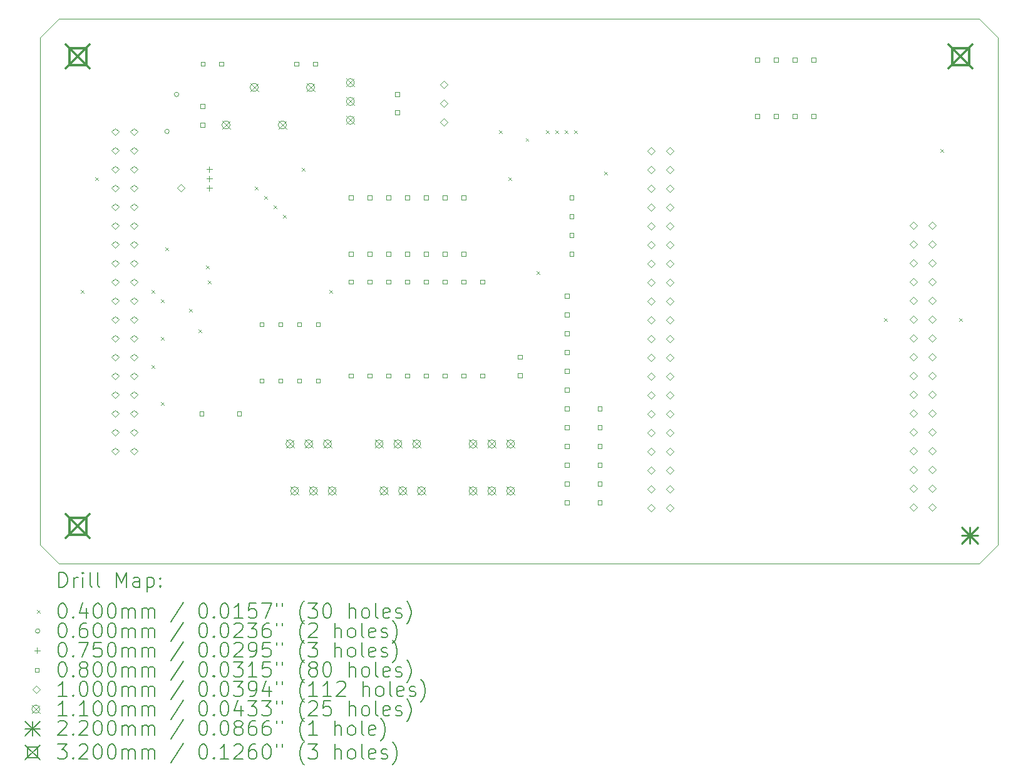
<source format=gbr>
%FSLAX45Y45*%
G04 Gerber Fmt 4.5, Leading zero omitted, Abs format (unit mm)*
G04 Created by KiCad (PCBNEW (6.0.0)) date 2022-01-14 02:18:14*
%MOMM*%
%LPD*%
G01*
G04 APERTURE LIST*
%TA.AperFunction,Profile*%
%ADD10C,0.100000*%
%TD*%
%ADD11C,0.200000*%
%ADD12C,0.040000*%
%ADD13C,0.060000*%
%ADD14C,0.075000*%
%ADD15C,0.080000*%
%ADD16C,0.100000*%
%ADD17C,0.110000*%
%ADD18C,0.220000*%
%ADD19C,0.320000*%
G04 APERTURE END LIST*
D10*
X14478000Y-9652000D02*
X14224000Y-9652000D01*
X14732000Y-9398000D02*
X14478000Y-9652000D01*
X14732000Y-9144000D02*
X14732000Y-9398000D01*
X14224000Y-2286000D02*
X14478000Y-2286000D01*
X14732000Y-2540000D02*
X14732000Y-2794000D01*
X14478000Y-2286000D02*
X14732000Y-2540000D01*
X1778000Y-2540000D02*
X1778000Y-2794000D01*
X2032000Y-2286000D02*
X1778000Y-2540000D01*
X2286000Y-2286000D02*
X2032000Y-2286000D01*
X2032000Y-9652000D02*
X2286000Y-9652000D01*
X1778000Y-9398000D02*
X2032000Y-9652000D01*
X1778000Y-9144000D02*
X1778000Y-9398000D01*
X2286000Y-9652000D02*
X14224000Y-9652000D01*
X2286000Y-2286000D02*
X14224000Y-2286000D01*
X1778000Y-9144000D02*
X1778000Y-2794000D01*
X14732000Y-2794000D02*
X14732000Y-9144000D01*
D11*
D12*
X2329500Y-5949000D02*
X2369500Y-5989000D01*
X2369500Y-5949000D02*
X2329500Y-5989000D01*
X2520000Y-4425000D02*
X2560000Y-4465000D01*
X2560000Y-4425000D02*
X2520000Y-4465000D01*
X3282000Y-5949000D02*
X3322000Y-5989000D01*
X3322000Y-5949000D02*
X3282000Y-5989000D01*
X3282000Y-6965000D02*
X3322000Y-7005000D01*
X3322000Y-6965000D02*
X3282000Y-7005000D01*
X3409000Y-6076000D02*
X3449000Y-6116000D01*
X3449000Y-6076000D02*
X3409000Y-6116000D01*
X3409000Y-6584000D02*
X3449000Y-6624000D01*
X3449000Y-6584000D02*
X3409000Y-6624000D01*
X3409000Y-7466550D02*
X3449000Y-7506550D01*
X3449000Y-7466550D02*
X3409000Y-7506550D01*
X3472500Y-5377500D02*
X3512500Y-5417500D01*
X3512500Y-5377500D02*
X3472500Y-5417500D01*
X3790000Y-6203000D02*
X3830000Y-6243000D01*
X3830000Y-6203000D02*
X3790000Y-6243000D01*
X3917000Y-6485146D02*
X3957000Y-6525146D01*
X3957000Y-6485146D02*
X3917000Y-6525146D01*
X4018260Y-5619999D02*
X4058260Y-5659999D01*
X4058260Y-5619999D02*
X4018260Y-5659999D01*
X4044000Y-5822000D02*
X4084000Y-5862000D01*
X4084000Y-5822000D02*
X4044000Y-5862000D01*
X4679000Y-4552000D02*
X4719000Y-4592000D01*
X4719000Y-4552000D02*
X4679000Y-4592000D01*
X4806000Y-4679000D02*
X4846000Y-4719000D01*
X4846000Y-4679000D02*
X4806000Y-4719000D01*
X4933000Y-4806000D02*
X4973000Y-4846000D01*
X4973000Y-4806000D02*
X4933000Y-4846000D01*
X5060000Y-4933000D02*
X5100000Y-4973000D01*
X5100000Y-4933000D02*
X5060000Y-4973000D01*
X5314000Y-4298000D02*
X5354000Y-4338000D01*
X5354000Y-4298000D02*
X5314000Y-4338000D01*
X5686716Y-5949000D02*
X5726716Y-5989000D01*
X5726716Y-5949000D02*
X5686716Y-5989000D01*
X7981000Y-3790000D02*
X8021000Y-3830000D01*
X8021000Y-3790000D02*
X7981000Y-3830000D01*
X8108000Y-4425000D02*
X8148000Y-4465000D01*
X8148000Y-4425000D02*
X8108000Y-4465000D01*
X8342484Y-3897484D02*
X8382484Y-3937484D01*
X8382484Y-3897484D02*
X8342484Y-3937484D01*
X8489000Y-5695000D02*
X8529000Y-5735000D01*
X8529000Y-5695000D02*
X8489000Y-5735000D01*
X8616000Y-3790000D02*
X8656000Y-3830000D01*
X8656000Y-3790000D02*
X8616000Y-3830000D01*
X8743000Y-3790000D02*
X8783000Y-3830000D01*
X8783000Y-3790000D02*
X8743000Y-3830000D01*
X8870000Y-3790000D02*
X8910000Y-3830000D01*
X8910000Y-3790000D02*
X8870000Y-3830000D01*
X8997000Y-3790000D02*
X9037000Y-3830000D01*
X9037000Y-3790000D02*
X8997000Y-3830000D01*
X9407410Y-4352550D02*
X9447410Y-4392550D01*
X9447410Y-4352550D02*
X9407410Y-4392550D01*
X13188000Y-6330000D02*
X13228000Y-6370000D01*
X13228000Y-6330000D02*
X13188000Y-6370000D01*
X13950000Y-4044000D02*
X13990000Y-4084000D01*
X13990000Y-4044000D02*
X13950000Y-4084000D01*
X14204000Y-6330000D02*
X14244000Y-6370000D01*
X14244000Y-6330000D02*
X14204000Y-6370000D01*
D13*
X3521000Y-3806000D02*
G75*
G03*
X3521000Y-3806000I-30000J0D01*
G01*
X3651000Y-3306000D02*
G75*
G03*
X3651000Y-3306000I-30000J0D01*
G01*
D14*
X4064000Y-4280500D02*
X4064000Y-4355500D01*
X4026500Y-4318000D02*
X4101500Y-4318000D01*
X4064000Y-4407500D02*
X4064000Y-4482500D01*
X4026500Y-4445000D02*
X4101500Y-4445000D01*
X4064000Y-4534500D02*
X4064000Y-4609500D01*
X4026500Y-4572000D02*
X4101500Y-4572000D01*
D15*
X3987784Y-7648284D02*
X3987784Y-7591715D01*
X3931215Y-7591715D01*
X3931215Y-7648284D01*
X3987784Y-7648284D01*
X4001153Y-3495153D02*
X4001153Y-3438584D01*
X3944584Y-3438584D01*
X3944584Y-3495153D01*
X4001153Y-3495153D01*
X4001153Y-3745153D02*
X4001153Y-3688584D01*
X3944584Y-3688584D01*
X3944584Y-3745153D01*
X4001153Y-3745153D01*
X4005153Y-2921653D02*
X4005153Y-2865084D01*
X3948584Y-2865084D01*
X3948584Y-2921653D01*
X4005153Y-2921653D01*
X4255153Y-2921653D02*
X4255153Y-2865084D01*
X4198584Y-2865084D01*
X4198584Y-2921653D01*
X4255153Y-2921653D01*
X4495785Y-7648284D02*
X4495785Y-7591715D01*
X4439216Y-7591715D01*
X4439216Y-7648284D01*
X4495785Y-7648284D01*
X4801452Y-6442784D02*
X4801452Y-6386215D01*
X4744883Y-6386215D01*
X4744883Y-6442784D01*
X4801452Y-6442784D01*
X4801452Y-7204784D02*
X4801452Y-7148215D01*
X4744883Y-7148215D01*
X4744883Y-7204784D01*
X4801452Y-7204784D01*
X5055452Y-6442784D02*
X5055452Y-6386215D01*
X4998883Y-6386215D01*
X4998883Y-6442784D01*
X5055452Y-6442784D01*
X5055452Y-7204784D02*
X5055452Y-7148215D01*
X4998883Y-7148215D01*
X4998883Y-7204784D01*
X5055452Y-7204784D01*
X5273153Y-2921653D02*
X5273153Y-2865084D01*
X5216584Y-2865084D01*
X5216584Y-2921653D01*
X5273153Y-2921653D01*
X5309452Y-6442784D02*
X5309452Y-6386215D01*
X5252883Y-6386215D01*
X5252883Y-6442784D01*
X5309452Y-6442784D01*
X5309452Y-7204784D02*
X5309452Y-7148215D01*
X5252883Y-7148215D01*
X5252883Y-7204784D01*
X5309452Y-7204784D01*
X5523153Y-2921653D02*
X5523153Y-2865084D01*
X5466584Y-2865084D01*
X5466584Y-2921653D01*
X5523153Y-2921653D01*
X5563452Y-6442784D02*
X5563452Y-6386215D01*
X5506883Y-6386215D01*
X5506883Y-6442784D01*
X5563452Y-6442784D01*
X5563452Y-7204784D02*
X5563452Y-7148215D01*
X5506883Y-7148215D01*
X5506883Y-7204784D01*
X5563452Y-7204784D01*
X6007952Y-5869284D02*
X6007952Y-5812715D01*
X5951383Y-5812715D01*
X5951383Y-5869284D01*
X6007952Y-5869284D01*
X6007952Y-7139284D02*
X6007952Y-7082715D01*
X5951383Y-7082715D01*
X5951383Y-7139284D01*
X6007952Y-7139284D01*
X6008452Y-4728285D02*
X6008452Y-4671716D01*
X5951883Y-4671716D01*
X5951883Y-4728285D01*
X6008452Y-4728285D01*
X6008452Y-5490285D02*
X6008452Y-5433716D01*
X5951883Y-5433716D01*
X5951883Y-5490285D01*
X6008452Y-5490285D01*
X6261952Y-5869284D02*
X6261952Y-5812715D01*
X6205383Y-5812715D01*
X6205383Y-5869284D01*
X6261952Y-5869284D01*
X6261952Y-7139284D02*
X6261952Y-7082715D01*
X6205383Y-7082715D01*
X6205383Y-7139284D01*
X6261952Y-7139284D01*
X6262452Y-4728285D02*
X6262452Y-4671716D01*
X6205883Y-4671716D01*
X6205883Y-4728285D01*
X6262452Y-4728285D01*
X6262452Y-5490285D02*
X6262452Y-5433716D01*
X6205883Y-5433716D01*
X6205883Y-5490285D01*
X6262452Y-5490285D01*
X6515952Y-5869284D02*
X6515952Y-5812715D01*
X6459383Y-5812715D01*
X6459383Y-5869284D01*
X6515952Y-5869284D01*
X6515952Y-7139284D02*
X6515952Y-7082715D01*
X6459383Y-7082715D01*
X6459383Y-7139284D01*
X6515952Y-7139284D01*
X6516452Y-4728285D02*
X6516452Y-4671716D01*
X6459883Y-4671716D01*
X6459883Y-4728285D01*
X6516452Y-4728285D01*
X6516452Y-5490285D02*
X6516452Y-5433716D01*
X6459883Y-5433716D01*
X6459883Y-5490285D01*
X6516452Y-5490285D01*
X6632284Y-3330284D02*
X6632284Y-3273715D01*
X6575715Y-3273715D01*
X6575715Y-3330284D01*
X6632284Y-3330284D01*
X6632284Y-3580284D02*
X6632284Y-3523715D01*
X6575715Y-3523715D01*
X6575715Y-3580284D01*
X6632284Y-3580284D01*
X6769952Y-5869284D02*
X6769952Y-5812715D01*
X6713383Y-5812715D01*
X6713383Y-5869284D01*
X6769952Y-5869284D01*
X6769952Y-7139284D02*
X6769952Y-7082715D01*
X6713383Y-7082715D01*
X6713383Y-7139284D01*
X6769952Y-7139284D01*
X6770452Y-4728285D02*
X6770452Y-4671716D01*
X6713883Y-4671716D01*
X6713883Y-4728285D01*
X6770452Y-4728285D01*
X6770452Y-5490285D02*
X6770452Y-5433716D01*
X6713883Y-5433716D01*
X6713883Y-5490285D01*
X6770452Y-5490285D01*
X7023952Y-5869284D02*
X7023952Y-5812715D01*
X6967383Y-5812715D01*
X6967383Y-5869284D01*
X7023952Y-5869284D01*
X7023952Y-7139284D02*
X7023952Y-7082715D01*
X6967383Y-7082715D01*
X6967383Y-7139284D01*
X7023952Y-7139284D01*
X7024452Y-4728285D02*
X7024452Y-4671716D01*
X6967883Y-4671716D01*
X6967883Y-4728285D01*
X7024452Y-4728285D01*
X7024452Y-5490285D02*
X7024452Y-5433716D01*
X6967883Y-5433716D01*
X6967883Y-5490285D01*
X7024452Y-5490285D01*
X7277952Y-5869284D02*
X7277952Y-5812715D01*
X7221383Y-5812715D01*
X7221383Y-5869284D01*
X7277952Y-5869284D01*
X7277952Y-7139284D02*
X7277952Y-7082715D01*
X7221383Y-7082715D01*
X7221383Y-7139284D01*
X7277952Y-7139284D01*
X7278452Y-4728285D02*
X7278452Y-4671716D01*
X7221883Y-4671716D01*
X7221883Y-4728285D01*
X7278452Y-4728285D01*
X7278452Y-5490285D02*
X7278452Y-5433716D01*
X7221883Y-5433716D01*
X7221883Y-5490285D01*
X7278452Y-5490285D01*
X7531952Y-5869284D02*
X7531952Y-5812715D01*
X7475383Y-5812715D01*
X7475383Y-5869284D01*
X7531952Y-5869284D01*
X7531952Y-7139284D02*
X7531952Y-7082715D01*
X7475383Y-7082715D01*
X7475383Y-7139284D01*
X7531952Y-7139284D01*
X7532452Y-4728285D02*
X7532452Y-4671716D01*
X7475883Y-4671716D01*
X7475883Y-4728285D01*
X7532452Y-4728285D01*
X7532452Y-5490285D02*
X7532452Y-5433716D01*
X7475883Y-5433716D01*
X7475883Y-5490285D01*
X7532452Y-5490285D01*
X7785952Y-5869284D02*
X7785952Y-5812715D01*
X7729383Y-5812715D01*
X7729383Y-5869284D01*
X7785952Y-5869284D01*
X7785952Y-7139284D02*
X7785952Y-7082715D01*
X7729383Y-7082715D01*
X7729383Y-7139284D01*
X7785952Y-7139284D01*
X8293952Y-6883796D02*
X8293952Y-6827227D01*
X8237383Y-6827227D01*
X8237383Y-6883796D01*
X8293952Y-6883796D01*
X8293952Y-7133796D02*
X8293952Y-7077227D01*
X8237383Y-7077227D01*
X8237383Y-7133796D01*
X8293952Y-7133796D01*
X8928952Y-6060284D02*
X8928952Y-6003715D01*
X8872383Y-6003715D01*
X8872383Y-6060284D01*
X8928952Y-6060284D01*
X8928952Y-6314284D02*
X8928952Y-6257715D01*
X8872383Y-6257715D01*
X8872383Y-6314284D01*
X8928952Y-6314284D01*
X8928952Y-6568284D02*
X8928952Y-6511715D01*
X8872383Y-6511715D01*
X8872383Y-6568284D01*
X8928952Y-6568284D01*
X8928952Y-6822284D02*
X8928952Y-6765715D01*
X8872383Y-6765715D01*
X8872383Y-6822284D01*
X8928952Y-6822284D01*
X8928952Y-7076284D02*
X8928952Y-7019715D01*
X8872383Y-7019715D01*
X8872383Y-7076284D01*
X8928952Y-7076284D01*
X8928952Y-7330284D02*
X8928952Y-7273715D01*
X8872383Y-7273715D01*
X8872383Y-7330284D01*
X8928952Y-7330284D01*
X8928952Y-7584284D02*
X8928952Y-7527715D01*
X8872383Y-7527715D01*
X8872383Y-7584284D01*
X8928952Y-7584284D01*
X8928952Y-7838284D02*
X8928952Y-7781715D01*
X8872383Y-7781715D01*
X8872383Y-7838284D01*
X8928952Y-7838284D01*
X8928952Y-8092284D02*
X8928952Y-8035715D01*
X8872383Y-8035715D01*
X8872383Y-8092284D01*
X8928952Y-8092284D01*
X8928952Y-8346284D02*
X8928952Y-8289715D01*
X8872383Y-8289715D01*
X8872383Y-8346284D01*
X8928952Y-8346284D01*
X8928952Y-8600285D02*
X8928952Y-8543716D01*
X8872383Y-8543716D01*
X8872383Y-8600285D01*
X8928952Y-8600285D01*
X8928952Y-8854285D02*
X8928952Y-8797716D01*
X8872383Y-8797716D01*
X8872383Y-8854285D01*
X8928952Y-8854285D01*
X8992452Y-4728785D02*
X8992452Y-4672216D01*
X8935883Y-4672216D01*
X8935883Y-4728785D01*
X8992452Y-4728785D01*
X8992452Y-4982785D02*
X8992452Y-4926216D01*
X8935883Y-4926216D01*
X8935883Y-4982785D01*
X8992452Y-4982785D01*
X8992452Y-5236785D02*
X8992452Y-5180216D01*
X8935883Y-5180216D01*
X8935883Y-5236785D01*
X8992452Y-5236785D01*
X8992452Y-5490785D02*
X8992452Y-5434216D01*
X8935883Y-5434216D01*
X8935883Y-5490785D01*
X8992452Y-5490785D01*
X9373452Y-7584784D02*
X9373452Y-7528215D01*
X9316883Y-7528215D01*
X9316883Y-7584784D01*
X9373452Y-7584784D01*
X9373452Y-7838784D02*
X9373452Y-7782215D01*
X9316883Y-7782215D01*
X9316883Y-7838784D01*
X9373452Y-7838784D01*
X9373452Y-8092784D02*
X9373452Y-8036215D01*
X9316883Y-8036215D01*
X9316883Y-8092784D01*
X9373452Y-8092784D01*
X9373452Y-8346784D02*
X9373452Y-8290215D01*
X9316883Y-8290215D01*
X9316883Y-8346784D01*
X9373452Y-8346784D01*
X9373452Y-8600785D02*
X9373452Y-8544216D01*
X9316883Y-8544216D01*
X9316883Y-8600785D01*
X9373452Y-8600785D01*
X9373452Y-8854785D02*
X9373452Y-8798216D01*
X9316883Y-8798216D01*
X9316883Y-8854785D01*
X9373452Y-8854785D01*
X11502236Y-2868236D02*
X11502236Y-2811667D01*
X11445667Y-2811667D01*
X11445667Y-2868236D01*
X11502236Y-2868236D01*
X11502236Y-3630236D02*
X11502236Y-3573667D01*
X11445667Y-3573667D01*
X11445667Y-3630236D01*
X11502236Y-3630236D01*
X11756236Y-2868236D02*
X11756236Y-2811667D01*
X11699667Y-2811667D01*
X11699667Y-2868236D01*
X11756236Y-2868236D01*
X11756236Y-3630236D02*
X11756236Y-3573667D01*
X11699667Y-3573667D01*
X11699667Y-3630236D01*
X11756236Y-3630236D01*
X12010236Y-2868236D02*
X12010236Y-2811667D01*
X11953667Y-2811667D01*
X11953667Y-2868236D01*
X12010236Y-2868236D01*
X12010236Y-3630236D02*
X12010236Y-3573667D01*
X11953667Y-3573667D01*
X11953667Y-3630236D01*
X12010236Y-3630236D01*
X12264236Y-2868236D02*
X12264236Y-2811667D01*
X12207667Y-2811667D01*
X12207667Y-2868236D01*
X12264236Y-2868236D01*
X12264236Y-3630236D02*
X12264236Y-3573667D01*
X12207667Y-3573667D01*
X12207667Y-3630236D01*
X12264236Y-3630236D01*
D16*
X2793500Y-3861500D02*
X2843500Y-3811500D01*
X2793500Y-3761500D01*
X2743500Y-3811500D01*
X2793500Y-3861500D01*
X2793500Y-4115500D02*
X2843500Y-4065500D01*
X2793500Y-4015500D01*
X2743500Y-4065500D01*
X2793500Y-4115500D01*
X2793500Y-4369500D02*
X2843500Y-4319500D01*
X2793500Y-4269500D01*
X2743500Y-4319500D01*
X2793500Y-4369500D01*
X2793500Y-4623500D02*
X2843500Y-4573500D01*
X2793500Y-4523500D01*
X2743500Y-4573500D01*
X2793500Y-4623500D01*
X2793500Y-4877500D02*
X2843500Y-4827500D01*
X2793500Y-4777500D01*
X2743500Y-4827500D01*
X2793500Y-4877500D01*
X2793500Y-5131500D02*
X2843500Y-5081500D01*
X2793500Y-5031500D01*
X2743500Y-5081500D01*
X2793500Y-5131500D01*
X2793500Y-5385500D02*
X2843500Y-5335500D01*
X2793500Y-5285500D01*
X2743500Y-5335500D01*
X2793500Y-5385500D01*
X2793500Y-5639500D02*
X2843500Y-5589500D01*
X2793500Y-5539500D01*
X2743500Y-5589500D01*
X2793500Y-5639500D01*
X2793500Y-5893500D02*
X2843500Y-5843500D01*
X2793500Y-5793500D01*
X2743500Y-5843500D01*
X2793500Y-5893500D01*
X2793500Y-6147500D02*
X2843500Y-6097500D01*
X2793500Y-6047500D01*
X2743500Y-6097500D01*
X2793500Y-6147500D01*
X2793500Y-6401500D02*
X2843500Y-6351500D01*
X2793500Y-6301500D01*
X2743500Y-6351500D01*
X2793500Y-6401500D01*
X2793500Y-6655500D02*
X2843500Y-6605500D01*
X2793500Y-6555500D01*
X2743500Y-6605500D01*
X2793500Y-6655500D01*
X2793500Y-6909500D02*
X2843500Y-6859500D01*
X2793500Y-6809500D01*
X2743500Y-6859500D01*
X2793500Y-6909500D01*
X2793500Y-7163500D02*
X2843500Y-7113500D01*
X2793500Y-7063500D01*
X2743500Y-7113500D01*
X2793500Y-7163500D01*
X2793500Y-7417500D02*
X2843500Y-7367500D01*
X2793500Y-7317500D01*
X2743500Y-7367500D01*
X2793500Y-7417500D01*
X2793500Y-7671500D02*
X2843500Y-7621500D01*
X2793500Y-7571500D01*
X2743500Y-7621500D01*
X2793500Y-7671500D01*
X2793500Y-7925500D02*
X2843500Y-7875500D01*
X2793500Y-7825500D01*
X2743500Y-7875500D01*
X2793500Y-7925500D01*
X2793500Y-8179500D02*
X2843500Y-8129500D01*
X2793500Y-8079500D01*
X2743500Y-8129500D01*
X2793500Y-8179500D01*
X3047500Y-3861500D02*
X3097500Y-3811500D01*
X3047500Y-3761500D01*
X2997500Y-3811500D01*
X3047500Y-3861500D01*
X3047500Y-4115500D02*
X3097500Y-4065500D01*
X3047500Y-4015500D01*
X2997500Y-4065500D01*
X3047500Y-4115500D01*
X3047500Y-4369500D02*
X3097500Y-4319500D01*
X3047500Y-4269500D01*
X2997500Y-4319500D01*
X3047500Y-4369500D01*
X3047500Y-4623500D02*
X3097500Y-4573500D01*
X3047500Y-4523500D01*
X2997500Y-4573500D01*
X3047500Y-4623500D01*
X3047500Y-4877500D02*
X3097500Y-4827500D01*
X3047500Y-4777500D01*
X2997500Y-4827500D01*
X3047500Y-4877500D01*
X3047500Y-5131500D02*
X3097500Y-5081500D01*
X3047500Y-5031500D01*
X2997500Y-5081500D01*
X3047500Y-5131500D01*
X3047500Y-5385500D02*
X3097500Y-5335500D01*
X3047500Y-5285500D01*
X2997500Y-5335500D01*
X3047500Y-5385500D01*
X3047500Y-5639500D02*
X3097500Y-5589500D01*
X3047500Y-5539500D01*
X2997500Y-5589500D01*
X3047500Y-5639500D01*
X3047500Y-5893500D02*
X3097500Y-5843500D01*
X3047500Y-5793500D01*
X2997500Y-5843500D01*
X3047500Y-5893500D01*
X3047500Y-6147500D02*
X3097500Y-6097500D01*
X3047500Y-6047500D01*
X2997500Y-6097500D01*
X3047500Y-6147500D01*
X3047500Y-6401500D02*
X3097500Y-6351500D01*
X3047500Y-6301500D01*
X2997500Y-6351500D01*
X3047500Y-6401500D01*
X3047500Y-6655500D02*
X3097500Y-6605500D01*
X3047500Y-6555500D01*
X2997500Y-6605500D01*
X3047500Y-6655500D01*
X3047500Y-6909500D02*
X3097500Y-6859500D01*
X3047500Y-6809500D01*
X2997500Y-6859500D01*
X3047500Y-6909500D01*
X3047500Y-7163500D02*
X3097500Y-7113500D01*
X3047500Y-7063500D01*
X2997500Y-7113500D01*
X3047500Y-7163500D01*
X3047500Y-7417500D02*
X3097500Y-7367500D01*
X3047500Y-7317500D01*
X2997500Y-7367500D01*
X3047500Y-7417500D01*
X3047500Y-7671500D02*
X3097500Y-7621500D01*
X3047500Y-7571500D01*
X2997500Y-7621500D01*
X3047500Y-7671500D01*
X3047500Y-7925500D02*
X3097500Y-7875500D01*
X3047500Y-7825500D01*
X2997500Y-7875500D01*
X3047500Y-7925500D01*
X3047500Y-8179500D02*
X3097500Y-8129500D01*
X3047500Y-8079500D01*
X2997500Y-8129500D01*
X3047500Y-8179500D01*
X3683000Y-4622000D02*
X3733000Y-4572000D01*
X3683000Y-4522000D01*
X3633000Y-4572000D01*
X3683000Y-4622000D01*
X7239000Y-3225000D02*
X7289000Y-3175000D01*
X7239000Y-3125000D01*
X7189000Y-3175000D01*
X7239000Y-3225000D01*
X7239000Y-3479000D02*
X7289000Y-3429000D01*
X7239000Y-3379000D01*
X7189000Y-3429000D01*
X7239000Y-3479000D01*
X7239000Y-3733000D02*
X7289000Y-3683000D01*
X7239000Y-3633000D01*
X7189000Y-3683000D01*
X7239000Y-3733000D01*
X10042000Y-4117000D02*
X10092000Y-4067000D01*
X10042000Y-4017000D01*
X9992000Y-4067000D01*
X10042000Y-4117000D01*
X10042000Y-4371000D02*
X10092000Y-4321000D01*
X10042000Y-4271000D01*
X9992000Y-4321000D01*
X10042000Y-4371000D01*
X10042000Y-4625000D02*
X10092000Y-4575000D01*
X10042000Y-4525000D01*
X9992000Y-4575000D01*
X10042000Y-4625000D01*
X10042000Y-4879000D02*
X10092000Y-4829000D01*
X10042000Y-4779000D01*
X9992000Y-4829000D01*
X10042000Y-4879000D01*
X10042000Y-5133000D02*
X10092000Y-5083000D01*
X10042000Y-5033000D01*
X9992000Y-5083000D01*
X10042000Y-5133000D01*
X10042000Y-5387000D02*
X10092000Y-5337000D01*
X10042000Y-5287000D01*
X9992000Y-5337000D01*
X10042000Y-5387000D01*
X10042000Y-5641000D02*
X10092000Y-5591000D01*
X10042000Y-5541000D01*
X9992000Y-5591000D01*
X10042000Y-5641000D01*
X10042000Y-5895000D02*
X10092000Y-5845000D01*
X10042000Y-5795000D01*
X9992000Y-5845000D01*
X10042000Y-5895000D01*
X10042000Y-6149000D02*
X10092000Y-6099000D01*
X10042000Y-6049000D01*
X9992000Y-6099000D01*
X10042000Y-6149000D01*
X10042000Y-6403000D02*
X10092000Y-6353000D01*
X10042000Y-6303000D01*
X9992000Y-6353000D01*
X10042000Y-6403000D01*
X10042000Y-6657000D02*
X10092000Y-6607000D01*
X10042000Y-6557000D01*
X9992000Y-6607000D01*
X10042000Y-6657000D01*
X10042000Y-6911000D02*
X10092000Y-6861000D01*
X10042000Y-6811000D01*
X9992000Y-6861000D01*
X10042000Y-6911000D01*
X10042000Y-7165000D02*
X10092000Y-7115000D01*
X10042000Y-7065000D01*
X9992000Y-7115000D01*
X10042000Y-7165000D01*
X10042000Y-7419000D02*
X10092000Y-7369000D01*
X10042000Y-7319000D01*
X9992000Y-7369000D01*
X10042000Y-7419000D01*
X10042000Y-7673000D02*
X10092000Y-7623000D01*
X10042000Y-7573000D01*
X9992000Y-7623000D01*
X10042000Y-7673000D01*
X10042000Y-7927000D02*
X10092000Y-7877000D01*
X10042000Y-7827000D01*
X9992000Y-7877000D01*
X10042000Y-7927000D01*
X10042000Y-8181000D02*
X10092000Y-8131000D01*
X10042000Y-8081000D01*
X9992000Y-8131000D01*
X10042000Y-8181000D01*
X10042000Y-8435000D02*
X10092000Y-8385000D01*
X10042000Y-8335000D01*
X9992000Y-8385000D01*
X10042000Y-8435000D01*
X10042000Y-8689000D02*
X10092000Y-8639000D01*
X10042000Y-8589000D01*
X9992000Y-8639000D01*
X10042000Y-8689000D01*
X10042000Y-8943000D02*
X10092000Y-8893000D01*
X10042000Y-8843000D01*
X9992000Y-8893000D01*
X10042000Y-8943000D01*
X10296000Y-4117000D02*
X10346000Y-4067000D01*
X10296000Y-4017000D01*
X10246000Y-4067000D01*
X10296000Y-4117000D01*
X10296000Y-4371000D02*
X10346000Y-4321000D01*
X10296000Y-4271000D01*
X10246000Y-4321000D01*
X10296000Y-4371000D01*
X10296000Y-4625000D02*
X10346000Y-4575000D01*
X10296000Y-4525000D01*
X10246000Y-4575000D01*
X10296000Y-4625000D01*
X10296000Y-4879000D02*
X10346000Y-4829000D01*
X10296000Y-4779000D01*
X10246000Y-4829000D01*
X10296000Y-4879000D01*
X10296000Y-5133000D02*
X10346000Y-5083000D01*
X10296000Y-5033000D01*
X10246000Y-5083000D01*
X10296000Y-5133000D01*
X10296000Y-5387000D02*
X10346000Y-5337000D01*
X10296000Y-5287000D01*
X10246000Y-5337000D01*
X10296000Y-5387000D01*
X10296000Y-5641000D02*
X10346000Y-5591000D01*
X10296000Y-5541000D01*
X10246000Y-5591000D01*
X10296000Y-5641000D01*
X10296000Y-5895000D02*
X10346000Y-5845000D01*
X10296000Y-5795000D01*
X10246000Y-5845000D01*
X10296000Y-5895000D01*
X10296000Y-6149000D02*
X10346000Y-6099000D01*
X10296000Y-6049000D01*
X10246000Y-6099000D01*
X10296000Y-6149000D01*
X10296000Y-6403000D02*
X10346000Y-6353000D01*
X10296000Y-6303000D01*
X10246000Y-6353000D01*
X10296000Y-6403000D01*
X10296000Y-6657000D02*
X10346000Y-6607000D01*
X10296000Y-6557000D01*
X10246000Y-6607000D01*
X10296000Y-6657000D01*
X10296000Y-6911000D02*
X10346000Y-6861000D01*
X10296000Y-6811000D01*
X10246000Y-6861000D01*
X10296000Y-6911000D01*
X10296000Y-7165000D02*
X10346000Y-7115000D01*
X10296000Y-7065000D01*
X10246000Y-7115000D01*
X10296000Y-7165000D01*
X10296000Y-7419000D02*
X10346000Y-7369000D01*
X10296000Y-7319000D01*
X10246000Y-7369000D01*
X10296000Y-7419000D01*
X10296000Y-7673000D02*
X10346000Y-7623000D01*
X10296000Y-7573000D01*
X10246000Y-7623000D01*
X10296000Y-7673000D01*
X10296000Y-7927000D02*
X10346000Y-7877000D01*
X10296000Y-7827000D01*
X10246000Y-7877000D01*
X10296000Y-7927000D01*
X10296000Y-8181000D02*
X10346000Y-8131000D01*
X10296000Y-8081000D01*
X10246000Y-8131000D01*
X10296000Y-8181000D01*
X10296000Y-8435000D02*
X10346000Y-8385000D01*
X10296000Y-8335000D01*
X10246000Y-8385000D01*
X10296000Y-8435000D01*
X10296000Y-8689000D02*
X10346000Y-8639000D01*
X10296000Y-8589000D01*
X10246000Y-8639000D01*
X10296000Y-8689000D01*
X10296000Y-8943000D02*
X10346000Y-8893000D01*
X10296000Y-8843000D01*
X10246000Y-8893000D01*
X10296000Y-8943000D01*
X13589000Y-5130000D02*
X13639000Y-5080000D01*
X13589000Y-5030000D01*
X13539000Y-5080000D01*
X13589000Y-5130000D01*
X13589000Y-5384000D02*
X13639000Y-5334000D01*
X13589000Y-5284000D01*
X13539000Y-5334000D01*
X13589000Y-5384000D01*
X13589000Y-5638000D02*
X13639000Y-5588000D01*
X13589000Y-5538000D01*
X13539000Y-5588000D01*
X13589000Y-5638000D01*
X13589000Y-5892000D02*
X13639000Y-5842000D01*
X13589000Y-5792000D01*
X13539000Y-5842000D01*
X13589000Y-5892000D01*
X13589000Y-6146000D02*
X13639000Y-6096000D01*
X13589000Y-6046000D01*
X13539000Y-6096000D01*
X13589000Y-6146000D01*
X13589000Y-6400000D02*
X13639000Y-6350000D01*
X13589000Y-6300000D01*
X13539000Y-6350000D01*
X13589000Y-6400000D01*
X13589000Y-6654000D02*
X13639000Y-6604000D01*
X13589000Y-6554000D01*
X13539000Y-6604000D01*
X13589000Y-6654000D01*
X13589000Y-6908000D02*
X13639000Y-6858000D01*
X13589000Y-6808000D01*
X13539000Y-6858000D01*
X13589000Y-6908000D01*
X13589000Y-7162000D02*
X13639000Y-7112000D01*
X13589000Y-7062000D01*
X13539000Y-7112000D01*
X13589000Y-7162000D01*
X13589000Y-7416000D02*
X13639000Y-7366000D01*
X13589000Y-7316000D01*
X13539000Y-7366000D01*
X13589000Y-7416000D01*
X13589000Y-7670000D02*
X13639000Y-7620000D01*
X13589000Y-7570000D01*
X13539000Y-7620000D01*
X13589000Y-7670000D01*
X13589000Y-7924000D02*
X13639000Y-7874000D01*
X13589000Y-7824000D01*
X13539000Y-7874000D01*
X13589000Y-7924000D01*
X13589000Y-8178000D02*
X13639000Y-8128000D01*
X13589000Y-8078000D01*
X13539000Y-8128000D01*
X13589000Y-8178000D01*
X13589000Y-8432000D02*
X13639000Y-8382000D01*
X13589000Y-8332000D01*
X13539000Y-8382000D01*
X13589000Y-8432000D01*
X13589000Y-8686000D02*
X13639000Y-8636000D01*
X13589000Y-8586000D01*
X13539000Y-8636000D01*
X13589000Y-8686000D01*
X13589000Y-8940000D02*
X13639000Y-8890000D01*
X13589000Y-8840000D01*
X13539000Y-8890000D01*
X13589000Y-8940000D01*
X13843000Y-5130000D02*
X13893000Y-5080000D01*
X13843000Y-5030000D01*
X13793000Y-5080000D01*
X13843000Y-5130000D01*
X13843000Y-5384000D02*
X13893000Y-5334000D01*
X13843000Y-5284000D01*
X13793000Y-5334000D01*
X13843000Y-5384000D01*
X13843000Y-5638000D02*
X13893000Y-5588000D01*
X13843000Y-5538000D01*
X13793000Y-5588000D01*
X13843000Y-5638000D01*
X13843000Y-5892000D02*
X13893000Y-5842000D01*
X13843000Y-5792000D01*
X13793000Y-5842000D01*
X13843000Y-5892000D01*
X13843000Y-6146000D02*
X13893000Y-6096000D01*
X13843000Y-6046000D01*
X13793000Y-6096000D01*
X13843000Y-6146000D01*
X13843000Y-6400000D02*
X13893000Y-6350000D01*
X13843000Y-6300000D01*
X13793000Y-6350000D01*
X13843000Y-6400000D01*
X13843000Y-6654000D02*
X13893000Y-6604000D01*
X13843000Y-6554000D01*
X13793000Y-6604000D01*
X13843000Y-6654000D01*
X13843000Y-6908000D02*
X13893000Y-6858000D01*
X13843000Y-6808000D01*
X13793000Y-6858000D01*
X13843000Y-6908000D01*
X13843000Y-7162000D02*
X13893000Y-7112000D01*
X13843000Y-7062000D01*
X13793000Y-7112000D01*
X13843000Y-7162000D01*
X13843000Y-7416000D02*
X13893000Y-7366000D01*
X13843000Y-7316000D01*
X13793000Y-7366000D01*
X13843000Y-7416000D01*
X13843000Y-7670000D02*
X13893000Y-7620000D01*
X13843000Y-7570000D01*
X13793000Y-7620000D01*
X13843000Y-7670000D01*
X13843000Y-7924000D02*
X13893000Y-7874000D01*
X13843000Y-7824000D01*
X13793000Y-7874000D01*
X13843000Y-7924000D01*
X13843000Y-8178000D02*
X13893000Y-8128000D01*
X13843000Y-8078000D01*
X13793000Y-8128000D01*
X13843000Y-8178000D01*
X13843000Y-8432000D02*
X13893000Y-8382000D01*
X13843000Y-8332000D01*
X13793000Y-8382000D01*
X13843000Y-8432000D01*
X13843000Y-8686000D02*
X13893000Y-8636000D01*
X13843000Y-8586000D01*
X13793000Y-8636000D01*
X13843000Y-8686000D01*
X13843000Y-8940000D02*
X13893000Y-8890000D01*
X13843000Y-8840000D01*
X13793000Y-8890000D01*
X13843000Y-8940000D01*
D17*
X4235369Y-3663869D02*
X4345369Y-3773869D01*
X4345369Y-3663869D02*
X4235369Y-3773869D01*
X4345369Y-3718869D02*
G75*
G03*
X4345369Y-3718869I-55000J0D01*
G01*
X4616369Y-3155869D02*
X4726369Y-3265869D01*
X4726369Y-3155869D02*
X4616369Y-3265869D01*
X4726369Y-3210869D02*
G75*
G03*
X4726369Y-3210869I-55000J0D01*
G01*
X4997369Y-3663869D02*
X5107369Y-3773869D01*
X5107369Y-3663869D02*
X4997369Y-3773869D01*
X5107369Y-3718869D02*
G75*
G03*
X5107369Y-3718869I-55000J0D01*
G01*
X5099168Y-7977000D02*
X5209168Y-8087000D01*
X5209168Y-7977000D02*
X5099168Y-8087000D01*
X5209168Y-8032000D02*
G75*
G03*
X5209168Y-8032000I-55000J0D01*
G01*
X5162668Y-8612000D02*
X5272668Y-8722000D01*
X5272668Y-8612000D02*
X5162668Y-8722000D01*
X5272668Y-8667000D02*
G75*
G03*
X5272668Y-8667000I-55000J0D01*
G01*
X5353168Y-7977000D02*
X5463168Y-8087000D01*
X5463168Y-7977000D02*
X5353168Y-8087000D01*
X5463168Y-8032000D02*
G75*
G03*
X5463168Y-8032000I-55000J0D01*
G01*
X5378369Y-3155869D02*
X5488369Y-3265869D01*
X5488369Y-3155869D02*
X5378369Y-3265869D01*
X5488369Y-3210869D02*
G75*
G03*
X5488369Y-3210869I-55000J0D01*
G01*
X5416668Y-8612000D02*
X5526668Y-8722000D01*
X5526668Y-8612000D02*
X5416668Y-8722000D01*
X5526668Y-8667000D02*
G75*
G03*
X5526668Y-8667000I-55000J0D01*
G01*
X5607168Y-7977000D02*
X5717168Y-8087000D01*
X5717168Y-7977000D02*
X5607168Y-8087000D01*
X5717168Y-8032000D02*
G75*
G03*
X5717168Y-8032000I-55000J0D01*
G01*
X5670668Y-8612000D02*
X5780668Y-8722000D01*
X5780668Y-8612000D02*
X5670668Y-8722000D01*
X5780668Y-8667000D02*
G75*
G03*
X5780668Y-8667000I-55000J0D01*
G01*
X5917369Y-3092369D02*
X6027369Y-3202369D01*
X6027369Y-3092369D02*
X5917369Y-3202369D01*
X6027369Y-3147369D02*
G75*
G03*
X6027369Y-3147369I-55000J0D01*
G01*
X5917369Y-3346369D02*
X6027369Y-3456369D01*
X6027369Y-3346369D02*
X5917369Y-3456369D01*
X6027369Y-3401369D02*
G75*
G03*
X6027369Y-3401369I-55000J0D01*
G01*
X5917369Y-3600369D02*
X6027369Y-3710369D01*
X6027369Y-3600369D02*
X5917369Y-3710369D01*
X6027369Y-3655369D02*
G75*
G03*
X6027369Y-3655369I-55000J0D01*
G01*
X6305668Y-7977000D02*
X6415668Y-8087000D01*
X6415668Y-7977000D02*
X6305668Y-8087000D01*
X6415668Y-8032000D02*
G75*
G03*
X6415668Y-8032000I-55000J0D01*
G01*
X6369168Y-8612000D02*
X6479168Y-8722000D01*
X6479168Y-8612000D02*
X6369168Y-8722000D01*
X6479168Y-8667000D02*
G75*
G03*
X6479168Y-8667000I-55000J0D01*
G01*
X6559668Y-7977000D02*
X6669668Y-8087000D01*
X6669668Y-7977000D02*
X6559668Y-8087000D01*
X6669668Y-8032000D02*
G75*
G03*
X6669668Y-8032000I-55000J0D01*
G01*
X6623168Y-8612000D02*
X6733168Y-8722000D01*
X6733168Y-8612000D02*
X6623168Y-8722000D01*
X6733168Y-8667000D02*
G75*
G03*
X6733168Y-8667000I-55000J0D01*
G01*
X6813668Y-7977000D02*
X6923668Y-8087000D01*
X6923668Y-7977000D02*
X6813668Y-8087000D01*
X6923668Y-8032000D02*
G75*
G03*
X6923668Y-8032000I-55000J0D01*
G01*
X6877168Y-8612000D02*
X6987168Y-8722000D01*
X6987168Y-8612000D02*
X6877168Y-8722000D01*
X6987168Y-8667000D02*
G75*
G03*
X6987168Y-8667000I-55000J0D01*
G01*
X7575668Y-7977000D02*
X7685668Y-8087000D01*
X7685668Y-7977000D02*
X7575668Y-8087000D01*
X7685668Y-8032000D02*
G75*
G03*
X7685668Y-8032000I-55000J0D01*
G01*
X7575668Y-8612000D02*
X7685668Y-8722000D01*
X7685668Y-8612000D02*
X7575668Y-8722000D01*
X7685668Y-8667000D02*
G75*
G03*
X7685668Y-8667000I-55000J0D01*
G01*
X7829668Y-7977000D02*
X7939668Y-8087000D01*
X7939668Y-7977000D02*
X7829668Y-8087000D01*
X7939668Y-8032000D02*
G75*
G03*
X7939668Y-8032000I-55000J0D01*
G01*
X7829668Y-8612000D02*
X7939668Y-8722000D01*
X7939668Y-8612000D02*
X7829668Y-8722000D01*
X7939668Y-8667000D02*
G75*
G03*
X7939668Y-8667000I-55000J0D01*
G01*
X8083668Y-7977000D02*
X8193668Y-8087000D01*
X8193668Y-7977000D02*
X8083668Y-8087000D01*
X8193668Y-8032000D02*
G75*
G03*
X8193668Y-8032000I-55000J0D01*
G01*
X8083668Y-8612000D02*
X8193668Y-8722000D01*
X8193668Y-8612000D02*
X8083668Y-8722000D01*
X8193668Y-8667000D02*
G75*
G03*
X8193668Y-8667000I-55000J0D01*
G01*
D18*
X14241000Y-9161000D02*
X14461000Y-9381000D01*
X14461000Y-9161000D02*
X14241000Y-9381000D01*
X14351000Y-9161000D02*
X14351000Y-9381000D01*
X14241000Y-9271000D02*
X14461000Y-9271000D01*
D19*
X2126000Y-2634000D02*
X2446000Y-2954000D01*
X2446000Y-2634000D02*
X2126000Y-2954000D01*
X2399138Y-2907138D02*
X2399138Y-2680862D01*
X2172862Y-2680862D01*
X2172862Y-2907138D01*
X2399138Y-2907138D01*
X2126000Y-8984000D02*
X2446000Y-9304000D01*
X2446000Y-8984000D02*
X2126000Y-9304000D01*
X2399138Y-9257138D02*
X2399138Y-9030862D01*
X2172862Y-9030862D01*
X2172862Y-9257138D01*
X2399138Y-9257138D01*
X14064000Y-2634000D02*
X14384000Y-2954000D01*
X14384000Y-2634000D02*
X14064000Y-2954000D01*
X14337138Y-2907138D02*
X14337138Y-2680862D01*
X14110862Y-2680862D01*
X14110862Y-2907138D01*
X14337138Y-2907138D01*
D11*
X2030619Y-9967476D02*
X2030619Y-9767476D01*
X2078238Y-9767476D01*
X2106810Y-9777000D01*
X2125857Y-9796048D01*
X2135381Y-9815095D01*
X2144905Y-9853190D01*
X2144905Y-9881762D01*
X2135381Y-9919857D01*
X2125857Y-9938905D01*
X2106810Y-9957952D01*
X2078238Y-9967476D01*
X2030619Y-9967476D01*
X2230619Y-9967476D02*
X2230619Y-9834143D01*
X2230619Y-9872238D02*
X2240143Y-9853190D01*
X2249667Y-9843667D01*
X2268714Y-9834143D01*
X2287762Y-9834143D01*
X2354429Y-9967476D02*
X2354429Y-9834143D01*
X2354429Y-9767476D02*
X2344905Y-9777000D01*
X2354429Y-9786524D01*
X2363952Y-9777000D01*
X2354429Y-9767476D01*
X2354429Y-9786524D01*
X2478238Y-9967476D02*
X2459190Y-9957952D01*
X2449667Y-9938905D01*
X2449667Y-9767476D01*
X2583000Y-9967476D02*
X2563952Y-9957952D01*
X2554429Y-9938905D01*
X2554429Y-9767476D01*
X2811571Y-9967476D02*
X2811571Y-9767476D01*
X2878238Y-9910333D01*
X2944905Y-9767476D01*
X2944905Y-9967476D01*
X3125857Y-9967476D02*
X3125857Y-9862714D01*
X3116333Y-9843667D01*
X3097286Y-9834143D01*
X3059190Y-9834143D01*
X3040143Y-9843667D01*
X3125857Y-9957952D02*
X3106809Y-9967476D01*
X3059190Y-9967476D01*
X3040143Y-9957952D01*
X3030619Y-9938905D01*
X3030619Y-9919857D01*
X3040143Y-9900810D01*
X3059190Y-9891286D01*
X3106809Y-9891286D01*
X3125857Y-9881762D01*
X3221095Y-9834143D02*
X3221095Y-10034143D01*
X3221095Y-9843667D02*
X3240143Y-9834143D01*
X3278238Y-9834143D01*
X3297286Y-9843667D01*
X3306809Y-9853190D01*
X3316333Y-9872238D01*
X3316333Y-9929381D01*
X3306809Y-9948429D01*
X3297286Y-9957952D01*
X3278238Y-9967476D01*
X3240143Y-9967476D01*
X3221095Y-9957952D01*
X3402048Y-9948429D02*
X3411571Y-9957952D01*
X3402048Y-9967476D01*
X3392524Y-9957952D01*
X3402048Y-9948429D01*
X3402048Y-9967476D01*
X3402048Y-9843667D02*
X3411571Y-9853190D01*
X3402048Y-9862714D01*
X3392524Y-9853190D01*
X3402048Y-9843667D01*
X3402048Y-9862714D01*
D12*
X1733000Y-10277000D02*
X1773000Y-10317000D01*
X1773000Y-10277000D02*
X1733000Y-10317000D01*
D11*
X2068714Y-10187476D02*
X2087762Y-10187476D01*
X2106810Y-10197000D01*
X2116333Y-10206524D01*
X2125857Y-10225571D01*
X2135381Y-10263667D01*
X2135381Y-10311286D01*
X2125857Y-10349381D01*
X2116333Y-10368429D01*
X2106810Y-10377952D01*
X2087762Y-10387476D01*
X2068714Y-10387476D01*
X2049667Y-10377952D01*
X2040143Y-10368429D01*
X2030619Y-10349381D01*
X2021095Y-10311286D01*
X2021095Y-10263667D01*
X2030619Y-10225571D01*
X2040143Y-10206524D01*
X2049667Y-10197000D01*
X2068714Y-10187476D01*
X2221095Y-10368429D02*
X2230619Y-10377952D01*
X2221095Y-10387476D01*
X2211571Y-10377952D01*
X2221095Y-10368429D01*
X2221095Y-10387476D01*
X2402048Y-10254143D02*
X2402048Y-10387476D01*
X2354429Y-10177952D02*
X2306810Y-10320810D01*
X2430619Y-10320810D01*
X2544905Y-10187476D02*
X2563952Y-10187476D01*
X2583000Y-10197000D01*
X2592524Y-10206524D01*
X2602048Y-10225571D01*
X2611571Y-10263667D01*
X2611571Y-10311286D01*
X2602048Y-10349381D01*
X2592524Y-10368429D01*
X2583000Y-10377952D01*
X2563952Y-10387476D01*
X2544905Y-10387476D01*
X2525857Y-10377952D01*
X2516333Y-10368429D01*
X2506810Y-10349381D01*
X2497286Y-10311286D01*
X2497286Y-10263667D01*
X2506810Y-10225571D01*
X2516333Y-10206524D01*
X2525857Y-10197000D01*
X2544905Y-10187476D01*
X2735381Y-10187476D02*
X2754429Y-10187476D01*
X2773476Y-10197000D01*
X2783000Y-10206524D01*
X2792524Y-10225571D01*
X2802048Y-10263667D01*
X2802048Y-10311286D01*
X2792524Y-10349381D01*
X2783000Y-10368429D01*
X2773476Y-10377952D01*
X2754429Y-10387476D01*
X2735381Y-10387476D01*
X2716333Y-10377952D01*
X2706810Y-10368429D01*
X2697286Y-10349381D01*
X2687762Y-10311286D01*
X2687762Y-10263667D01*
X2697286Y-10225571D01*
X2706810Y-10206524D01*
X2716333Y-10197000D01*
X2735381Y-10187476D01*
X2887762Y-10387476D02*
X2887762Y-10254143D01*
X2887762Y-10273190D02*
X2897286Y-10263667D01*
X2916333Y-10254143D01*
X2944905Y-10254143D01*
X2963952Y-10263667D01*
X2973476Y-10282714D01*
X2973476Y-10387476D01*
X2973476Y-10282714D02*
X2983000Y-10263667D01*
X3002048Y-10254143D01*
X3030619Y-10254143D01*
X3049667Y-10263667D01*
X3059190Y-10282714D01*
X3059190Y-10387476D01*
X3154428Y-10387476D02*
X3154428Y-10254143D01*
X3154428Y-10273190D02*
X3163952Y-10263667D01*
X3183000Y-10254143D01*
X3211571Y-10254143D01*
X3230619Y-10263667D01*
X3240143Y-10282714D01*
X3240143Y-10387476D01*
X3240143Y-10282714D02*
X3249667Y-10263667D01*
X3268714Y-10254143D01*
X3297286Y-10254143D01*
X3316333Y-10263667D01*
X3325857Y-10282714D01*
X3325857Y-10387476D01*
X3716333Y-10177952D02*
X3544905Y-10435095D01*
X3973476Y-10187476D02*
X3992524Y-10187476D01*
X4011571Y-10197000D01*
X4021095Y-10206524D01*
X4030619Y-10225571D01*
X4040143Y-10263667D01*
X4040143Y-10311286D01*
X4030619Y-10349381D01*
X4021095Y-10368429D01*
X4011571Y-10377952D01*
X3992524Y-10387476D01*
X3973476Y-10387476D01*
X3954428Y-10377952D01*
X3944905Y-10368429D01*
X3935381Y-10349381D01*
X3925857Y-10311286D01*
X3925857Y-10263667D01*
X3935381Y-10225571D01*
X3944905Y-10206524D01*
X3954428Y-10197000D01*
X3973476Y-10187476D01*
X4125857Y-10368429D02*
X4135381Y-10377952D01*
X4125857Y-10387476D01*
X4116333Y-10377952D01*
X4125857Y-10368429D01*
X4125857Y-10387476D01*
X4259190Y-10187476D02*
X4278238Y-10187476D01*
X4297286Y-10197000D01*
X4306810Y-10206524D01*
X4316333Y-10225571D01*
X4325857Y-10263667D01*
X4325857Y-10311286D01*
X4316333Y-10349381D01*
X4306810Y-10368429D01*
X4297286Y-10377952D01*
X4278238Y-10387476D01*
X4259190Y-10387476D01*
X4240143Y-10377952D01*
X4230619Y-10368429D01*
X4221095Y-10349381D01*
X4211571Y-10311286D01*
X4211571Y-10263667D01*
X4221095Y-10225571D01*
X4230619Y-10206524D01*
X4240143Y-10197000D01*
X4259190Y-10187476D01*
X4516333Y-10387476D02*
X4402048Y-10387476D01*
X4459190Y-10387476D02*
X4459190Y-10187476D01*
X4440143Y-10216048D01*
X4421095Y-10235095D01*
X4402048Y-10244619D01*
X4697286Y-10187476D02*
X4602048Y-10187476D01*
X4592524Y-10282714D01*
X4602048Y-10273190D01*
X4621095Y-10263667D01*
X4668714Y-10263667D01*
X4687762Y-10273190D01*
X4697286Y-10282714D01*
X4706810Y-10301762D01*
X4706810Y-10349381D01*
X4697286Y-10368429D01*
X4687762Y-10377952D01*
X4668714Y-10387476D01*
X4621095Y-10387476D01*
X4602048Y-10377952D01*
X4592524Y-10368429D01*
X4773476Y-10187476D02*
X4906810Y-10187476D01*
X4821095Y-10387476D01*
X4973476Y-10187476D02*
X4973476Y-10225571D01*
X5049667Y-10187476D02*
X5049667Y-10225571D01*
X5344905Y-10463667D02*
X5335381Y-10454143D01*
X5316333Y-10425571D01*
X5306810Y-10406524D01*
X5297286Y-10377952D01*
X5287762Y-10330333D01*
X5287762Y-10292238D01*
X5297286Y-10244619D01*
X5306810Y-10216048D01*
X5316333Y-10197000D01*
X5335381Y-10168429D01*
X5344905Y-10158905D01*
X5402048Y-10187476D02*
X5525857Y-10187476D01*
X5459190Y-10263667D01*
X5487762Y-10263667D01*
X5506810Y-10273190D01*
X5516333Y-10282714D01*
X5525857Y-10301762D01*
X5525857Y-10349381D01*
X5516333Y-10368429D01*
X5506810Y-10377952D01*
X5487762Y-10387476D01*
X5430619Y-10387476D01*
X5411571Y-10377952D01*
X5402048Y-10368429D01*
X5649667Y-10187476D02*
X5668714Y-10187476D01*
X5687762Y-10197000D01*
X5697286Y-10206524D01*
X5706809Y-10225571D01*
X5716333Y-10263667D01*
X5716333Y-10311286D01*
X5706809Y-10349381D01*
X5697286Y-10368429D01*
X5687762Y-10377952D01*
X5668714Y-10387476D01*
X5649667Y-10387476D01*
X5630619Y-10377952D01*
X5621095Y-10368429D01*
X5611571Y-10349381D01*
X5602048Y-10311286D01*
X5602048Y-10263667D01*
X5611571Y-10225571D01*
X5621095Y-10206524D01*
X5630619Y-10197000D01*
X5649667Y-10187476D01*
X5954428Y-10387476D02*
X5954428Y-10187476D01*
X6040143Y-10387476D02*
X6040143Y-10282714D01*
X6030619Y-10263667D01*
X6011571Y-10254143D01*
X5983000Y-10254143D01*
X5963952Y-10263667D01*
X5954428Y-10273190D01*
X6163952Y-10387476D02*
X6144905Y-10377952D01*
X6135381Y-10368429D01*
X6125857Y-10349381D01*
X6125857Y-10292238D01*
X6135381Y-10273190D01*
X6144905Y-10263667D01*
X6163952Y-10254143D01*
X6192524Y-10254143D01*
X6211571Y-10263667D01*
X6221095Y-10273190D01*
X6230619Y-10292238D01*
X6230619Y-10349381D01*
X6221095Y-10368429D01*
X6211571Y-10377952D01*
X6192524Y-10387476D01*
X6163952Y-10387476D01*
X6344905Y-10387476D02*
X6325857Y-10377952D01*
X6316333Y-10358905D01*
X6316333Y-10187476D01*
X6497286Y-10377952D02*
X6478238Y-10387476D01*
X6440143Y-10387476D01*
X6421095Y-10377952D01*
X6411571Y-10358905D01*
X6411571Y-10282714D01*
X6421095Y-10263667D01*
X6440143Y-10254143D01*
X6478238Y-10254143D01*
X6497286Y-10263667D01*
X6506809Y-10282714D01*
X6506809Y-10301762D01*
X6411571Y-10320810D01*
X6583000Y-10377952D02*
X6602048Y-10387476D01*
X6640143Y-10387476D01*
X6659190Y-10377952D01*
X6668714Y-10358905D01*
X6668714Y-10349381D01*
X6659190Y-10330333D01*
X6640143Y-10320810D01*
X6611571Y-10320810D01*
X6592524Y-10311286D01*
X6583000Y-10292238D01*
X6583000Y-10282714D01*
X6592524Y-10263667D01*
X6611571Y-10254143D01*
X6640143Y-10254143D01*
X6659190Y-10263667D01*
X6735381Y-10463667D02*
X6744905Y-10454143D01*
X6763952Y-10425571D01*
X6773476Y-10406524D01*
X6783000Y-10377952D01*
X6792524Y-10330333D01*
X6792524Y-10292238D01*
X6783000Y-10244619D01*
X6773476Y-10216048D01*
X6763952Y-10197000D01*
X6744905Y-10168429D01*
X6735381Y-10158905D01*
D13*
X1773000Y-10561000D02*
G75*
G03*
X1773000Y-10561000I-30000J0D01*
G01*
D11*
X2068714Y-10451476D02*
X2087762Y-10451476D01*
X2106810Y-10461000D01*
X2116333Y-10470524D01*
X2125857Y-10489571D01*
X2135381Y-10527667D01*
X2135381Y-10575286D01*
X2125857Y-10613381D01*
X2116333Y-10632429D01*
X2106810Y-10641952D01*
X2087762Y-10651476D01*
X2068714Y-10651476D01*
X2049667Y-10641952D01*
X2040143Y-10632429D01*
X2030619Y-10613381D01*
X2021095Y-10575286D01*
X2021095Y-10527667D01*
X2030619Y-10489571D01*
X2040143Y-10470524D01*
X2049667Y-10461000D01*
X2068714Y-10451476D01*
X2221095Y-10632429D02*
X2230619Y-10641952D01*
X2221095Y-10651476D01*
X2211571Y-10641952D01*
X2221095Y-10632429D01*
X2221095Y-10651476D01*
X2402048Y-10451476D02*
X2363952Y-10451476D01*
X2344905Y-10461000D01*
X2335381Y-10470524D01*
X2316333Y-10499095D01*
X2306810Y-10537190D01*
X2306810Y-10613381D01*
X2316333Y-10632429D01*
X2325857Y-10641952D01*
X2344905Y-10651476D01*
X2383000Y-10651476D01*
X2402048Y-10641952D01*
X2411571Y-10632429D01*
X2421095Y-10613381D01*
X2421095Y-10565762D01*
X2411571Y-10546714D01*
X2402048Y-10537190D01*
X2383000Y-10527667D01*
X2344905Y-10527667D01*
X2325857Y-10537190D01*
X2316333Y-10546714D01*
X2306810Y-10565762D01*
X2544905Y-10451476D02*
X2563952Y-10451476D01*
X2583000Y-10461000D01*
X2592524Y-10470524D01*
X2602048Y-10489571D01*
X2611571Y-10527667D01*
X2611571Y-10575286D01*
X2602048Y-10613381D01*
X2592524Y-10632429D01*
X2583000Y-10641952D01*
X2563952Y-10651476D01*
X2544905Y-10651476D01*
X2525857Y-10641952D01*
X2516333Y-10632429D01*
X2506810Y-10613381D01*
X2497286Y-10575286D01*
X2497286Y-10527667D01*
X2506810Y-10489571D01*
X2516333Y-10470524D01*
X2525857Y-10461000D01*
X2544905Y-10451476D01*
X2735381Y-10451476D02*
X2754429Y-10451476D01*
X2773476Y-10461000D01*
X2783000Y-10470524D01*
X2792524Y-10489571D01*
X2802048Y-10527667D01*
X2802048Y-10575286D01*
X2792524Y-10613381D01*
X2783000Y-10632429D01*
X2773476Y-10641952D01*
X2754429Y-10651476D01*
X2735381Y-10651476D01*
X2716333Y-10641952D01*
X2706810Y-10632429D01*
X2697286Y-10613381D01*
X2687762Y-10575286D01*
X2687762Y-10527667D01*
X2697286Y-10489571D01*
X2706810Y-10470524D01*
X2716333Y-10461000D01*
X2735381Y-10451476D01*
X2887762Y-10651476D02*
X2887762Y-10518143D01*
X2887762Y-10537190D02*
X2897286Y-10527667D01*
X2916333Y-10518143D01*
X2944905Y-10518143D01*
X2963952Y-10527667D01*
X2973476Y-10546714D01*
X2973476Y-10651476D01*
X2973476Y-10546714D02*
X2983000Y-10527667D01*
X3002048Y-10518143D01*
X3030619Y-10518143D01*
X3049667Y-10527667D01*
X3059190Y-10546714D01*
X3059190Y-10651476D01*
X3154428Y-10651476D02*
X3154428Y-10518143D01*
X3154428Y-10537190D02*
X3163952Y-10527667D01*
X3183000Y-10518143D01*
X3211571Y-10518143D01*
X3230619Y-10527667D01*
X3240143Y-10546714D01*
X3240143Y-10651476D01*
X3240143Y-10546714D02*
X3249667Y-10527667D01*
X3268714Y-10518143D01*
X3297286Y-10518143D01*
X3316333Y-10527667D01*
X3325857Y-10546714D01*
X3325857Y-10651476D01*
X3716333Y-10441952D02*
X3544905Y-10699095D01*
X3973476Y-10451476D02*
X3992524Y-10451476D01*
X4011571Y-10461000D01*
X4021095Y-10470524D01*
X4030619Y-10489571D01*
X4040143Y-10527667D01*
X4040143Y-10575286D01*
X4030619Y-10613381D01*
X4021095Y-10632429D01*
X4011571Y-10641952D01*
X3992524Y-10651476D01*
X3973476Y-10651476D01*
X3954428Y-10641952D01*
X3944905Y-10632429D01*
X3935381Y-10613381D01*
X3925857Y-10575286D01*
X3925857Y-10527667D01*
X3935381Y-10489571D01*
X3944905Y-10470524D01*
X3954428Y-10461000D01*
X3973476Y-10451476D01*
X4125857Y-10632429D02*
X4135381Y-10641952D01*
X4125857Y-10651476D01*
X4116333Y-10641952D01*
X4125857Y-10632429D01*
X4125857Y-10651476D01*
X4259190Y-10451476D02*
X4278238Y-10451476D01*
X4297286Y-10461000D01*
X4306810Y-10470524D01*
X4316333Y-10489571D01*
X4325857Y-10527667D01*
X4325857Y-10575286D01*
X4316333Y-10613381D01*
X4306810Y-10632429D01*
X4297286Y-10641952D01*
X4278238Y-10651476D01*
X4259190Y-10651476D01*
X4240143Y-10641952D01*
X4230619Y-10632429D01*
X4221095Y-10613381D01*
X4211571Y-10575286D01*
X4211571Y-10527667D01*
X4221095Y-10489571D01*
X4230619Y-10470524D01*
X4240143Y-10461000D01*
X4259190Y-10451476D01*
X4402048Y-10470524D02*
X4411571Y-10461000D01*
X4430619Y-10451476D01*
X4478238Y-10451476D01*
X4497286Y-10461000D01*
X4506810Y-10470524D01*
X4516333Y-10489571D01*
X4516333Y-10508619D01*
X4506810Y-10537190D01*
X4392524Y-10651476D01*
X4516333Y-10651476D01*
X4583000Y-10451476D02*
X4706810Y-10451476D01*
X4640143Y-10527667D01*
X4668714Y-10527667D01*
X4687762Y-10537190D01*
X4697286Y-10546714D01*
X4706810Y-10565762D01*
X4706810Y-10613381D01*
X4697286Y-10632429D01*
X4687762Y-10641952D01*
X4668714Y-10651476D01*
X4611571Y-10651476D01*
X4592524Y-10641952D01*
X4583000Y-10632429D01*
X4878238Y-10451476D02*
X4840143Y-10451476D01*
X4821095Y-10461000D01*
X4811571Y-10470524D01*
X4792524Y-10499095D01*
X4783000Y-10537190D01*
X4783000Y-10613381D01*
X4792524Y-10632429D01*
X4802048Y-10641952D01*
X4821095Y-10651476D01*
X4859190Y-10651476D01*
X4878238Y-10641952D01*
X4887762Y-10632429D01*
X4897286Y-10613381D01*
X4897286Y-10565762D01*
X4887762Y-10546714D01*
X4878238Y-10537190D01*
X4859190Y-10527667D01*
X4821095Y-10527667D01*
X4802048Y-10537190D01*
X4792524Y-10546714D01*
X4783000Y-10565762D01*
X4973476Y-10451476D02*
X4973476Y-10489571D01*
X5049667Y-10451476D02*
X5049667Y-10489571D01*
X5344905Y-10727667D02*
X5335381Y-10718143D01*
X5316333Y-10689571D01*
X5306810Y-10670524D01*
X5297286Y-10641952D01*
X5287762Y-10594333D01*
X5287762Y-10556238D01*
X5297286Y-10508619D01*
X5306810Y-10480048D01*
X5316333Y-10461000D01*
X5335381Y-10432429D01*
X5344905Y-10422905D01*
X5411571Y-10470524D02*
X5421095Y-10461000D01*
X5440143Y-10451476D01*
X5487762Y-10451476D01*
X5506810Y-10461000D01*
X5516333Y-10470524D01*
X5525857Y-10489571D01*
X5525857Y-10508619D01*
X5516333Y-10537190D01*
X5402048Y-10651476D01*
X5525857Y-10651476D01*
X5763952Y-10651476D02*
X5763952Y-10451476D01*
X5849667Y-10651476D02*
X5849667Y-10546714D01*
X5840143Y-10527667D01*
X5821095Y-10518143D01*
X5792524Y-10518143D01*
X5773476Y-10527667D01*
X5763952Y-10537190D01*
X5973476Y-10651476D02*
X5954428Y-10641952D01*
X5944905Y-10632429D01*
X5935381Y-10613381D01*
X5935381Y-10556238D01*
X5944905Y-10537190D01*
X5954428Y-10527667D01*
X5973476Y-10518143D01*
X6002048Y-10518143D01*
X6021095Y-10527667D01*
X6030619Y-10537190D01*
X6040143Y-10556238D01*
X6040143Y-10613381D01*
X6030619Y-10632429D01*
X6021095Y-10641952D01*
X6002048Y-10651476D01*
X5973476Y-10651476D01*
X6154428Y-10651476D02*
X6135381Y-10641952D01*
X6125857Y-10622905D01*
X6125857Y-10451476D01*
X6306809Y-10641952D02*
X6287762Y-10651476D01*
X6249667Y-10651476D01*
X6230619Y-10641952D01*
X6221095Y-10622905D01*
X6221095Y-10546714D01*
X6230619Y-10527667D01*
X6249667Y-10518143D01*
X6287762Y-10518143D01*
X6306809Y-10527667D01*
X6316333Y-10546714D01*
X6316333Y-10565762D01*
X6221095Y-10584810D01*
X6392524Y-10641952D02*
X6411571Y-10651476D01*
X6449667Y-10651476D01*
X6468714Y-10641952D01*
X6478238Y-10622905D01*
X6478238Y-10613381D01*
X6468714Y-10594333D01*
X6449667Y-10584810D01*
X6421095Y-10584810D01*
X6402048Y-10575286D01*
X6392524Y-10556238D01*
X6392524Y-10546714D01*
X6402048Y-10527667D01*
X6421095Y-10518143D01*
X6449667Y-10518143D01*
X6468714Y-10527667D01*
X6544905Y-10727667D02*
X6554428Y-10718143D01*
X6573476Y-10689571D01*
X6583000Y-10670524D01*
X6592524Y-10641952D01*
X6602048Y-10594333D01*
X6602048Y-10556238D01*
X6592524Y-10508619D01*
X6583000Y-10480048D01*
X6573476Y-10461000D01*
X6554428Y-10432429D01*
X6544905Y-10422905D01*
D14*
X1735500Y-10787500D02*
X1735500Y-10862500D01*
X1698000Y-10825000D02*
X1773000Y-10825000D01*
D11*
X2068714Y-10715476D02*
X2087762Y-10715476D01*
X2106810Y-10725000D01*
X2116333Y-10734524D01*
X2125857Y-10753571D01*
X2135381Y-10791667D01*
X2135381Y-10839286D01*
X2125857Y-10877381D01*
X2116333Y-10896429D01*
X2106810Y-10905952D01*
X2087762Y-10915476D01*
X2068714Y-10915476D01*
X2049667Y-10905952D01*
X2040143Y-10896429D01*
X2030619Y-10877381D01*
X2021095Y-10839286D01*
X2021095Y-10791667D01*
X2030619Y-10753571D01*
X2040143Y-10734524D01*
X2049667Y-10725000D01*
X2068714Y-10715476D01*
X2221095Y-10896429D02*
X2230619Y-10905952D01*
X2221095Y-10915476D01*
X2211571Y-10905952D01*
X2221095Y-10896429D01*
X2221095Y-10915476D01*
X2297286Y-10715476D02*
X2430619Y-10715476D01*
X2344905Y-10915476D01*
X2602048Y-10715476D02*
X2506810Y-10715476D01*
X2497286Y-10810714D01*
X2506810Y-10801190D01*
X2525857Y-10791667D01*
X2573476Y-10791667D01*
X2592524Y-10801190D01*
X2602048Y-10810714D01*
X2611571Y-10829762D01*
X2611571Y-10877381D01*
X2602048Y-10896429D01*
X2592524Y-10905952D01*
X2573476Y-10915476D01*
X2525857Y-10915476D01*
X2506810Y-10905952D01*
X2497286Y-10896429D01*
X2735381Y-10715476D02*
X2754429Y-10715476D01*
X2773476Y-10725000D01*
X2783000Y-10734524D01*
X2792524Y-10753571D01*
X2802048Y-10791667D01*
X2802048Y-10839286D01*
X2792524Y-10877381D01*
X2783000Y-10896429D01*
X2773476Y-10905952D01*
X2754429Y-10915476D01*
X2735381Y-10915476D01*
X2716333Y-10905952D01*
X2706810Y-10896429D01*
X2697286Y-10877381D01*
X2687762Y-10839286D01*
X2687762Y-10791667D01*
X2697286Y-10753571D01*
X2706810Y-10734524D01*
X2716333Y-10725000D01*
X2735381Y-10715476D01*
X2887762Y-10915476D02*
X2887762Y-10782143D01*
X2887762Y-10801190D02*
X2897286Y-10791667D01*
X2916333Y-10782143D01*
X2944905Y-10782143D01*
X2963952Y-10791667D01*
X2973476Y-10810714D01*
X2973476Y-10915476D01*
X2973476Y-10810714D02*
X2983000Y-10791667D01*
X3002048Y-10782143D01*
X3030619Y-10782143D01*
X3049667Y-10791667D01*
X3059190Y-10810714D01*
X3059190Y-10915476D01*
X3154428Y-10915476D02*
X3154428Y-10782143D01*
X3154428Y-10801190D02*
X3163952Y-10791667D01*
X3183000Y-10782143D01*
X3211571Y-10782143D01*
X3230619Y-10791667D01*
X3240143Y-10810714D01*
X3240143Y-10915476D01*
X3240143Y-10810714D02*
X3249667Y-10791667D01*
X3268714Y-10782143D01*
X3297286Y-10782143D01*
X3316333Y-10791667D01*
X3325857Y-10810714D01*
X3325857Y-10915476D01*
X3716333Y-10705952D02*
X3544905Y-10963095D01*
X3973476Y-10715476D02*
X3992524Y-10715476D01*
X4011571Y-10725000D01*
X4021095Y-10734524D01*
X4030619Y-10753571D01*
X4040143Y-10791667D01*
X4040143Y-10839286D01*
X4030619Y-10877381D01*
X4021095Y-10896429D01*
X4011571Y-10905952D01*
X3992524Y-10915476D01*
X3973476Y-10915476D01*
X3954428Y-10905952D01*
X3944905Y-10896429D01*
X3935381Y-10877381D01*
X3925857Y-10839286D01*
X3925857Y-10791667D01*
X3935381Y-10753571D01*
X3944905Y-10734524D01*
X3954428Y-10725000D01*
X3973476Y-10715476D01*
X4125857Y-10896429D02*
X4135381Y-10905952D01*
X4125857Y-10915476D01*
X4116333Y-10905952D01*
X4125857Y-10896429D01*
X4125857Y-10915476D01*
X4259190Y-10715476D02*
X4278238Y-10715476D01*
X4297286Y-10725000D01*
X4306810Y-10734524D01*
X4316333Y-10753571D01*
X4325857Y-10791667D01*
X4325857Y-10839286D01*
X4316333Y-10877381D01*
X4306810Y-10896429D01*
X4297286Y-10905952D01*
X4278238Y-10915476D01*
X4259190Y-10915476D01*
X4240143Y-10905952D01*
X4230619Y-10896429D01*
X4221095Y-10877381D01*
X4211571Y-10839286D01*
X4211571Y-10791667D01*
X4221095Y-10753571D01*
X4230619Y-10734524D01*
X4240143Y-10725000D01*
X4259190Y-10715476D01*
X4402048Y-10734524D02*
X4411571Y-10725000D01*
X4430619Y-10715476D01*
X4478238Y-10715476D01*
X4497286Y-10725000D01*
X4506810Y-10734524D01*
X4516333Y-10753571D01*
X4516333Y-10772619D01*
X4506810Y-10801190D01*
X4392524Y-10915476D01*
X4516333Y-10915476D01*
X4611571Y-10915476D02*
X4649667Y-10915476D01*
X4668714Y-10905952D01*
X4678238Y-10896429D01*
X4697286Y-10867857D01*
X4706810Y-10829762D01*
X4706810Y-10753571D01*
X4697286Y-10734524D01*
X4687762Y-10725000D01*
X4668714Y-10715476D01*
X4630619Y-10715476D01*
X4611571Y-10725000D01*
X4602048Y-10734524D01*
X4592524Y-10753571D01*
X4592524Y-10801190D01*
X4602048Y-10820238D01*
X4611571Y-10829762D01*
X4630619Y-10839286D01*
X4668714Y-10839286D01*
X4687762Y-10829762D01*
X4697286Y-10820238D01*
X4706810Y-10801190D01*
X4887762Y-10715476D02*
X4792524Y-10715476D01*
X4783000Y-10810714D01*
X4792524Y-10801190D01*
X4811571Y-10791667D01*
X4859190Y-10791667D01*
X4878238Y-10801190D01*
X4887762Y-10810714D01*
X4897286Y-10829762D01*
X4897286Y-10877381D01*
X4887762Y-10896429D01*
X4878238Y-10905952D01*
X4859190Y-10915476D01*
X4811571Y-10915476D01*
X4792524Y-10905952D01*
X4783000Y-10896429D01*
X4973476Y-10715476D02*
X4973476Y-10753571D01*
X5049667Y-10715476D02*
X5049667Y-10753571D01*
X5344905Y-10991667D02*
X5335381Y-10982143D01*
X5316333Y-10953571D01*
X5306810Y-10934524D01*
X5297286Y-10905952D01*
X5287762Y-10858333D01*
X5287762Y-10820238D01*
X5297286Y-10772619D01*
X5306810Y-10744048D01*
X5316333Y-10725000D01*
X5335381Y-10696429D01*
X5344905Y-10686905D01*
X5402048Y-10715476D02*
X5525857Y-10715476D01*
X5459190Y-10791667D01*
X5487762Y-10791667D01*
X5506810Y-10801190D01*
X5516333Y-10810714D01*
X5525857Y-10829762D01*
X5525857Y-10877381D01*
X5516333Y-10896429D01*
X5506810Y-10905952D01*
X5487762Y-10915476D01*
X5430619Y-10915476D01*
X5411571Y-10905952D01*
X5402048Y-10896429D01*
X5763952Y-10915476D02*
X5763952Y-10715476D01*
X5849667Y-10915476D02*
X5849667Y-10810714D01*
X5840143Y-10791667D01*
X5821095Y-10782143D01*
X5792524Y-10782143D01*
X5773476Y-10791667D01*
X5763952Y-10801190D01*
X5973476Y-10915476D02*
X5954428Y-10905952D01*
X5944905Y-10896429D01*
X5935381Y-10877381D01*
X5935381Y-10820238D01*
X5944905Y-10801190D01*
X5954428Y-10791667D01*
X5973476Y-10782143D01*
X6002048Y-10782143D01*
X6021095Y-10791667D01*
X6030619Y-10801190D01*
X6040143Y-10820238D01*
X6040143Y-10877381D01*
X6030619Y-10896429D01*
X6021095Y-10905952D01*
X6002048Y-10915476D01*
X5973476Y-10915476D01*
X6154428Y-10915476D02*
X6135381Y-10905952D01*
X6125857Y-10886905D01*
X6125857Y-10715476D01*
X6306809Y-10905952D02*
X6287762Y-10915476D01*
X6249667Y-10915476D01*
X6230619Y-10905952D01*
X6221095Y-10886905D01*
X6221095Y-10810714D01*
X6230619Y-10791667D01*
X6249667Y-10782143D01*
X6287762Y-10782143D01*
X6306809Y-10791667D01*
X6316333Y-10810714D01*
X6316333Y-10829762D01*
X6221095Y-10848810D01*
X6392524Y-10905952D02*
X6411571Y-10915476D01*
X6449667Y-10915476D01*
X6468714Y-10905952D01*
X6478238Y-10886905D01*
X6478238Y-10877381D01*
X6468714Y-10858333D01*
X6449667Y-10848810D01*
X6421095Y-10848810D01*
X6402048Y-10839286D01*
X6392524Y-10820238D01*
X6392524Y-10810714D01*
X6402048Y-10791667D01*
X6421095Y-10782143D01*
X6449667Y-10782143D01*
X6468714Y-10791667D01*
X6544905Y-10991667D02*
X6554428Y-10982143D01*
X6573476Y-10953571D01*
X6583000Y-10934524D01*
X6592524Y-10905952D01*
X6602048Y-10858333D01*
X6602048Y-10820238D01*
X6592524Y-10772619D01*
X6583000Y-10744048D01*
X6573476Y-10725000D01*
X6554428Y-10696429D01*
X6544905Y-10686905D01*
D15*
X1761284Y-11117285D02*
X1761284Y-11060716D01*
X1704715Y-11060716D01*
X1704715Y-11117285D01*
X1761284Y-11117285D01*
D11*
X2068714Y-10979476D02*
X2087762Y-10979476D01*
X2106810Y-10989000D01*
X2116333Y-10998524D01*
X2125857Y-11017571D01*
X2135381Y-11055667D01*
X2135381Y-11103286D01*
X2125857Y-11141381D01*
X2116333Y-11160429D01*
X2106810Y-11169952D01*
X2087762Y-11179476D01*
X2068714Y-11179476D01*
X2049667Y-11169952D01*
X2040143Y-11160429D01*
X2030619Y-11141381D01*
X2021095Y-11103286D01*
X2021095Y-11055667D01*
X2030619Y-11017571D01*
X2040143Y-10998524D01*
X2049667Y-10989000D01*
X2068714Y-10979476D01*
X2221095Y-11160429D02*
X2230619Y-11169952D01*
X2221095Y-11179476D01*
X2211571Y-11169952D01*
X2221095Y-11160429D01*
X2221095Y-11179476D01*
X2344905Y-11065190D02*
X2325857Y-11055667D01*
X2316333Y-11046143D01*
X2306810Y-11027095D01*
X2306810Y-11017571D01*
X2316333Y-10998524D01*
X2325857Y-10989000D01*
X2344905Y-10979476D01*
X2383000Y-10979476D01*
X2402048Y-10989000D01*
X2411571Y-10998524D01*
X2421095Y-11017571D01*
X2421095Y-11027095D01*
X2411571Y-11046143D01*
X2402048Y-11055667D01*
X2383000Y-11065190D01*
X2344905Y-11065190D01*
X2325857Y-11074714D01*
X2316333Y-11084238D01*
X2306810Y-11103286D01*
X2306810Y-11141381D01*
X2316333Y-11160429D01*
X2325857Y-11169952D01*
X2344905Y-11179476D01*
X2383000Y-11179476D01*
X2402048Y-11169952D01*
X2411571Y-11160429D01*
X2421095Y-11141381D01*
X2421095Y-11103286D01*
X2411571Y-11084238D01*
X2402048Y-11074714D01*
X2383000Y-11065190D01*
X2544905Y-10979476D02*
X2563952Y-10979476D01*
X2583000Y-10989000D01*
X2592524Y-10998524D01*
X2602048Y-11017571D01*
X2611571Y-11055667D01*
X2611571Y-11103286D01*
X2602048Y-11141381D01*
X2592524Y-11160429D01*
X2583000Y-11169952D01*
X2563952Y-11179476D01*
X2544905Y-11179476D01*
X2525857Y-11169952D01*
X2516333Y-11160429D01*
X2506810Y-11141381D01*
X2497286Y-11103286D01*
X2497286Y-11055667D01*
X2506810Y-11017571D01*
X2516333Y-10998524D01*
X2525857Y-10989000D01*
X2544905Y-10979476D01*
X2735381Y-10979476D02*
X2754429Y-10979476D01*
X2773476Y-10989000D01*
X2783000Y-10998524D01*
X2792524Y-11017571D01*
X2802048Y-11055667D01*
X2802048Y-11103286D01*
X2792524Y-11141381D01*
X2783000Y-11160429D01*
X2773476Y-11169952D01*
X2754429Y-11179476D01*
X2735381Y-11179476D01*
X2716333Y-11169952D01*
X2706810Y-11160429D01*
X2697286Y-11141381D01*
X2687762Y-11103286D01*
X2687762Y-11055667D01*
X2697286Y-11017571D01*
X2706810Y-10998524D01*
X2716333Y-10989000D01*
X2735381Y-10979476D01*
X2887762Y-11179476D02*
X2887762Y-11046143D01*
X2887762Y-11065190D02*
X2897286Y-11055667D01*
X2916333Y-11046143D01*
X2944905Y-11046143D01*
X2963952Y-11055667D01*
X2973476Y-11074714D01*
X2973476Y-11179476D01*
X2973476Y-11074714D02*
X2983000Y-11055667D01*
X3002048Y-11046143D01*
X3030619Y-11046143D01*
X3049667Y-11055667D01*
X3059190Y-11074714D01*
X3059190Y-11179476D01*
X3154428Y-11179476D02*
X3154428Y-11046143D01*
X3154428Y-11065190D02*
X3163952Y-11055667D01*
X3183000Y-11046143D01*
X3211571Y-11046143D01*
X3230619Y-11055667D01*
X3240143Y-11074714D01*
X3240143Y-11179476D01*
X3240143Y-11074714D02*
X3249667Y-11055667D01*
X3268714Y-11046143D01*
X3297286Y-11046143D01*
X3316333Y-11055667D01*
X3325857Y-11074714D01*
X3325857Y-11179476D01*
X3716333Y-10969952D02*
X3544905Y-11227095D01*
X3973476Y-10979476D02*
X3992524Y-10979476D01*
X4011571Y-10989000D01*
X4021095Y-10998524D01*
X4030619Y-11017571D01*
X4040143Y-11055667D01*
X4040143Y-11103286D01*
X4030619Y-11141381D01*
X4021095Y-11160429D01*
X4011571Y-11169952D01*
X3992524Y-11179476D01*
X3973476Y-11179476D01*
X3954428Y-11169952D01*
X3944905Y-11160429D01*
X3935381Y-11141381D01*
X3925857Y-11103286D01*
X3925857Y-11055667D01*
X3935381Y-11017571D01*
X3944905Y-10998524D01*
X3954428Y-10989000D01*
X3973476Y-10979476D01*
X4125857Y-11160429D02*
X4135381Y-11169952D01*
X4125857Y-11179476D01*
X4116333Y-11169952D01*
X4125857Y-11160429D01*
X4125857Y-11179476D01*
X4259190Y-10979476D02*
X4278238Y-10979476D01*
X4297286Y-10989000D01*
X4306810Y-10998524D01*
X4316333Y-11017571D01*
X4325857Y-11055667D01*
X4325857Y-11103286D01*
X4316333Y-11141381D01*
X4306810Y-11160429D01*
X4297286Y-11169952D01*
X4278238Y-11179476D01*
X4259190Y-11179476D01*
X4240143Y-11169952D01*
X4230619Y-11160429D01*
X4221095Y-11141381D01*
X4211571Y-11103286D01*
X4211571Y-11055667D01*
X4221095Y-11017571D01*
X4230619Y-10998524D01*
X4240143Y-10989000D01*
X4259190Y-10979476D01*
X4392524Y-10979476D02*
X4516333Y-10979476D01*
X4449667Y-11055667D01*
X4478238Y-11055667D01*
X4497286Y-11065190D01*
X4506810Y-11074714D01*
X4516333Y-11093762D01*
X4516333Y-11141381D01*
X4506810Y-11160429D01*
X4497286Y-11169952D01*
X4478238Y-11179476D01*
X4421095Y-11179476D01*
X4402048Y-11169952D01*
X4392524Y-11160429D01*
X4706810Y-11179476D02*
X4592524Y-11179476D01*
X4649667Y-11179476D02*
X4649667Y-10979476D01*
X4630619Y-11008048D01*
X4611571Y-11027095D01*
X4592524Y-11036619D01*
X4887762Y-10979476D02*
X4792524Y-10979476D01*
X4783000Y-11074714D01*
X4792524Y-11065190D01*
X4811571Y-11055667D01*
X4859190Y-11055667D01*
X4878238Y-11065190D01*
X4887762Y-11074714D01*
X4897286Y-11093762D01*
X4897286Y-11141381D01*
X4887762Y-11160429D01*
X4878238Y-11169952D01*
X4859190Y-11179476D01*
X4811571Y-11179476D01*
X4792524Y-11169952D01*
X4783000Y-11160429D01*
X4973476Y-10979476D02*
X4973476Y-11017571D01*
X5049667Y-10979476D02*
X5049667Y-11017571D01*
X5344905Y-11255667D02*
X5335381Y-11246143D01*
X5316333Y-11217571D01*
X5306810Y-11198524D01*
X5297286Y-11169952D01*
X5287762Y-11122333D01*
X5287762Y-11084238D01*
X5297286Y-11036619D01*
X5306810Y-11008048D01*
X5316333Y-10989000D01*
X5335381Y-10960429D01*
X5344905Y-10950905D01*
X5449667Y-11065190D02*
X5430619Y-11055667D01*
X5421095Y-11046143D01*
X5411571Y-11027095D01*
X5411571Y-11017571D01*
X5421095Y-10998524D01*
X5430619Y-10989000D01*
X5449667Y-10979476D01*
X5487762Y-10979476D01*
X5506810Y-10989000D01*
X5516333Y-10998524D01*
X5525857Y-11017571D01*
X5525857Y-11027095D01*
X5516333Y-11046143D01*
X5506810Y-11055667D01*
X5487762Y-11065190D01*
X5449667Y-11065190D01*
X5430619Y-11074714D01*
X5421095Y-11084238D01*
X5411571Y-11103286D01*
X5411571Y-11141381D01*
X5421095Y-11160429D01*
X5430619Y-11169952D01*
X5449667Y-11179476D01*
X5487762Y-11179476D01*
X5506810Y-11169952D01*
X5516333Y-11160429D01*
X5525857Y-11141381D01*
X5525857Y-11103286D01*
X5516333Y-11084238D01*
X5506810Y-11074714D01*
X5487762Y-11065190D01*
X5649667Y-10979476D02*
X5668714Y-10979476D01*
X5687762Y-10989000D01*
X5697286Y-10998524D01*
X5706809Y-11017571D01*
X5716333Y-11055667D01*
X5716333Y-11103286D01*
X5706809Y-11141381D01*
X5697286Y-11160429D01*
X5687762Y-11169952D01*
X5668714Y-11179476D01*
X5649667Y-11179476D01*
X5630619Y-11169952D01*
X5621095Y-11160429D01*
X5611571Y-11141381D01*
X5602048Y-11103286D01*
X5602048Y-11055667D01*
X5611571Y-11017571D01*
X5621095Y-10998524D01*
X5630619Y-10989000D01*
X5649667Y-10979476D01*
X5954428Y-11179476D02*
X5954428Y-10979476D01*
X6040143Y-11179476D02*
X6040143Y-11074714D01*
X6030619Y-11055667D01*
X6011571Y-11046143D01*
X5983000Y-11046143D01*
X5963952Y-11055667D01*
X5954428Y-11065190D01*
X6163952Y-11179476D02*
X6144905Y-11169952D01*
X6135381Y-11160429D01*
X6125857Y-11141381D01*
X6125857Y-11084238D01*
X6135381Y-11065190D01*
X6144905Y-11055667D01*
X6163952Y-11046143D01*
X6192524Y-11046143D01*
X6211571Y-11055667D01*
X6221095Y-11065190D01*
X6230619Y-11084238D01*
X6230619Y-11141381D01*
X6221095Y-11160429D01*
X6211571Y-11169952D01*
X6192524Y-11179476D01*
X6163952Y-11179476D01*
X6344905Y-11179476D02*
X6325857Y-11169952D01*
X6316333Y-11150905D01*
X6316333Y-10979476D01*
X6497286Y-11169952D02*
X6478238Y-11179476D01*
X6440143Y-11179476D01*
X6421095Y-11169952D01*
X6411571Y-11150905D01*
X6411571Y-11074714D01*
X6421095Y-11055667D01*
X6440143Y-11046143D01*
X6478238Y-11046143D01*
X6497286Y-11055667D01*
X6506809Y-11074714D01*
X6506809Y-11093762D01*
X6411571Y-11112810D01*
X6583000Y-11169952D02*
X6602048Y-11179476D01*
X6640143Y-11179476D01*
X6659190Y-11169952D01*
X6668714Y-11150905D01*
X6668714Y-11141381D01*
X6659190Y-11122333D01*
X6640143Y-11112810D01*
X6611571Y-11112810D01*
X6592524Y-11103286D01*
X6583000Y-11084238D01*
X6583000Y-11074714D01*
X6592524Y-11055667D01*
X6611571Y-11046143D01*
X6640143Y-11046143D01*
X6659190Y-11055667D01*
X6735381Y-11255667D02*
X6744905Y-11246143D01*
X6763952Y-11217571D01*
X6773476Y-11198524D01*
X6783000Y-11169952D01*
X6792524Y-11122333D01*
X6792524Y-11084238D01*
X6783000Y-11036619D01*
X6773476Y-11008048D01*
X6763952Y-10989000D01*
X6744905Y-10960429D01*
X6735381Y-10950905D01*
D16*
X1723000Y-11403000D02*
X1773000Y-11353000D01*
X1723000Y-11303000D01*
X1673000Y-11353000D01*
X1723000Y-11403000D01*
D11*
X2135381Y-11443476D02*
X2021095Y-11443476D01*
X2078238Y-11443476D02*
X2078238Y-11243476D01*
X2059190Y-11272048D01*
X2040143Y-11291095D01*
X2021095Y-11300619D01*
X2221095Y-11424428D02*
X2230619Y-11433952D01*
X2221095Y-11443476D01*
X2211571Y-11433952D01*
X2221095Y-11424428D01*
X2221095Y-11443476D01*
X2354429Y-11243476D02*
X2373476Y-11243476D01*
X2392524Y-11253000D01*
X2402048Y-11262524D01*
X2411571Y-11281571D01*
X2421095Y-11319667D01*
X2421095Y-11367286D01*
X2411571Y-11405381D01*
X2402048Y-11424428D01*
X2392524Y-11433952D01*
X2373476Y-11443476D01*
X2354429Y-11443476D01*
X2335381Y-11433952D01*
X2325857Y-11424428D01*
X2316333Y-11405381D01*
X2306810Y-11367286D01*
X2306810Y-11319667D01*
X2316333Y-11281571D01*
X2325857Y-11262524D01*
X2335381Y-11253000D01*
X2354429Y-11243476D01*
X2544905Y-11243476D02*
X2563952Y-11243476D01*
X2583000Y-11253000D01*
X2592524Y-11262524D01*
X2602048Y-11281571D01*
X2611571Y-11319667D01*
X2611571Y-11367286D01*
X2602048Y-11405381D01*
X2592524Y-11424428D01*
X2583000Y-11433952D01*
X2563952Y-11443476D01*
X2544905Y-11443476D01*
X2525857Y-11433952D01*
X2516333Y-11424428D01*
X2506810Y-11405381D01*
X2497286Y-11367286D01*
X2497286Y-11319667D01*
X2506810Y-11281571D01*
X2516333Y-11262524D01*
X2525857Y-11253000D01*
X2544905Y-11243476D01*
X2735381Y-11243476D02*
X2754429Y-11243476D01*
X2773476Y-11253000D01*
X2783000Y-11262524D01*
X2792524Y-11281571D01*
X2802048Y-11319667D01*
X2802048Y-11367286D01*
X2792524Y-11405381D01*
X2783000Y-11424428D01*
X2773476Y-11433952D01*
X2754429Y-11443476D01*
X2735381Y-11443476D01*
X2716333Y-11433952D01*
X2706810Y-11424428D01*
X2697286Y-11405381D01*
X2687762Y-11367286D01*
X2687762Y-11319667D01*
X2697286Y-11281571D01*
X2706810Y-11262524D01*
X2716333Y-11253000D01*
X2735381Y-11243476D01*
X2887762Y-11443476D02*
X2887762Y-11310143D01*
X2887762Y-11329190D02*
X2897286Y-11319667D01*
X2916333Y-11310143D01*
X2944905Y-11310143D01*
X2963952Y-11319667D01*
X2973476Y-11338714D01*
X2973476Y-11443476D01*
X2973476Y-11338714D02*
X2983000Y-11319667D01*
X3002048Y-11310143D01*
X3030619Y-11310143D01*
X3049667Y-11319667D01*
X3059190Y-11338714D01*
X3059190Y-11443476D01*
X3154428Y-11443476D02*
X3154428Y-11310143D01*
X3154428Y-11329190D02*
X3163952Y-11319667D01*
X3183000Y-11310143D01*
X3211571Y-11310143D01*
X3230619Y-11319667D01*
X3240143Y-11338714D01*
X3240143Y-11443476D01*
X3240143Y-11338714D02*
X3249667Y-11319667D01*
X3268714Y-11310143D01*
X3297286Y-11310143D01*
X3316333Y-11319667D01*
X3325857Y-11338714D01*
X3325857Y-11443476D01*
X3716333Y-11233952D02*
X3544905Y-11491095D01*
X3973476Y-11243476D02*
X3992524Y-11243476D01*
X4011571Y-11253000D01*
X4021095Y-11262524D01*
X4030619Y-11281571D01*
X4040143Y-11319667D01*
X4040143Y-11367286D01*
X4030619Y-11405381D01*
X4021095Y-11424428D01*
X4011571Y-11433952D01*
X3992524Y-11443476D01*
X3973476Y-11443476D01*
X3954428Y-11433952D01*
X3944905Y-11424428D01*
X3935381Y-11405381D01*
X3925857Y-11367286D01*
X3925857Y-11319667D01*
X3935381Y-11281571D01*
X3944905Y-11262524D01*
X3954428Y-11253000D01*
X3973476Y-11243476D01*
X4125857Y-11424428D02*
X4135381Y-11433952D01*
X4125857Y-11443476D01*
X4116333Y-11433952D01*
X4125857Y-11424428D01*
X4125857Y-11443476D01*
X4259190Y-11243476D02*
X4278238Y-11243476D01*
X4297286Y-11253000D01*
X4306810Y-11262524D01*
X4316333Y-11281571D01*
X4325857Y-11319667D01*
X4325857Y-11367286D01*
X4316333Y-11405381D01*
X4306810Y-11424428D01*
X4297286Y-11433952D01*
X4278238Y-11443476D01*
X4259190Y-11443476D01*
X4240143Y-11433952D01*
X4230619Y-11424428D01*
X4221095Y-11405381D01*
X4211571Y-11367286D01*
X4211571Y-11319667D01*
X4221095Y-11281571D01*
X4230619Y-11262524D01*
X4240143Y-11253000D01*
X4259190Y-11243476D01*
X4392524Y-11243476D02*
X4516333Y-11243476D01*
X4449667Y-11319667D01*
X4478238Y-11319667D01*
X4497286Y-11329190D01*
X4506810Y-11338714D01*
X4516333Y-11357762D01*
X4516333Y-11405381D01*
X4506810Y-11424428D01*
X4497286Y-11433952D01*
X4478238Y-11443476D01*
X4421095Y-11443476D01*
X4402048Y-11433952D01*
X4392524Y-11424428D01*
X4611571Y-11443476D02*
X4649667Y-11443476D01*
X4668714Y-11433952D01*
X4678238Y-11424428D01*
X4697286Y-11395857D01*
X4706810Y-11357762D01*
X4706810Y-11281571D01*
X4697286Y-11262524D01*
X4687762Y-11253000D01*
X4668714Y-11243476D01*
X4630619Y-11243476D01*
X4611571Y-11253000D01*
X4602048Y-11262524D01*
X4592524Y-11281571D01*
X4592524Y-11329190D01*
X4602048Y-11348238D01*
X4611571Y-11357762D01*
X4630619Y-11367286D01*
X4668714Y-11367286D01*
X4687762Y-11357762D01*
X4697286Y-11348238D01*
X4706810Y-11329190D01*
X4878238Y-11310143D02*
X4878238Y-11443476D01*
X4830619Y-11233952D02*
X4783000Y-11376809D01*
X4906810Y-11376809D01*
X4973476Y-11243476D02*
X4973476Y-11281571D01*
X5049667Y-11243476D02*
X5049667Y-11281571D01*
X5344905Y-11519667D02*
X5335381Y-11510143D01*
X5316333Y-11481571D01*
X5306810Y-11462524D01*
X5297286Y-11433952D01*
X5287762Y-11386333D01*
X5287762Y-11348238D01*
X5297286Y-11300619D01*
X5306810Y-11272048D01*
X5316333Y-11253000D01*
X5335381Y-11224428D01*
X5344905Y-11214905D01*
X5525857Y-11443476D02*
X5411571Y-11443476D01*
X5468714Y-11443476D02*
X5468714Y-11243476D01*
X5449667Y-11272048D01*
X5430619Y-11291095D01*
X5411571Y-11300619D01*
X5716333Y-11443476D02*
X5602048Y-11443476D01*
X5659190Y-11443476D02*
X5659190Y-11243476D01*
X5640143Y-11272048D01*
X5621095Y-11291095D01*
X5602048Y-11300619D01*
X5792524Y-11262524D02*
X5802048Y-11253000D01*
X5821095Y-11243476D01*
X5868714Y-11243476D01*
X5887762Y-11253000D01*
X5897286Y-11262524D01*
X5906809Y-11281571D01*
X5906809Y-11300619D01*
X5897286Y-11329190D01*
X5783000Y-11443476D01*
X5906809Y-11443476D01*
X6144905Y-11443476D02*
X6144905Y-11243476D01*
X6230619Y-11443476D02*
X6230619Y-11338714D01*
X6221095Y-11319667D01*
X6202048Y-11310143D01*
X6173476Y-11310143D01*
X6154428Y-11319667D01*
X6144905Y-11329190D01*
X6354428Y-11443476D02*
X6335381Y-11433952D01*
X6325857Y-11424428D01*
X6316333Y-11405381D01*
X6316333Y-11348238D01*
X6325857Y-11329190D01*
X6335381Y-11319667D01*
X6354428Y-11310143D01*
X6383000Y-11310143D01*
X6402048Y-11319667D01*
X6411571Y-11329190D01*
X6421095Y-11348238D01*
X6421095Y-11405381D01*
X6411571Y-11424428D01*
X6402048Y-11433952D01*
X6383000Y-11443476D01*
X6354428Y-11443476D01*
X6535381Y-11443476D02*
X6516333Y-11433952D01*
X6506809Y-11414905D01*
X6506809Y-11243476D01*
X6687762Y-11433952D02*
X6668714Y-11443476D01*
X6630619Y-11443476D01*
X6611571Y-11433952D01*
X6602048Y-11414905D01*
X6602048Y-11338714D01*
X6611571Y-11319667D01*
X6630619Y-11310143D01*
X6668714Y-11310143D01*
X6687762Y-11319667D01*
X6697286Y-11338714D01*
X6697286Y-11357762D01*
X6602048Y-11376809D01*
X6773476Y-11433952D02*
X6792524Y-11443476D01*
X6830619Y-11443476D01*
X6849667Y-11433952D01*
X6859190Y-11414905D01*
X6859190Y-11405381D01*
X6849667Y-11386333D01*
X6830619Y-11376809D01*
X6802048Y-11376809D01*
X6783000Y-11367286D01*
X6773476Y-11348238D01*
X6773476Y-11338714D01*
X6783000Y-11319667D01*
X6802048Y-11310143D01*
X6830619Y-11310143D01*
X6849667Y-11319667D01*
X6925857Y-11519667D02*
X6935381Y-11510143D01*
X6954428Y-11481571D01*
X6963952Y-11462524D01*
X6973476Y-11433952D01*
X6983000Y-11386333D01*
X6983000Y-11348238D01*
X6973476Y-11300619D01*
X6963952Y-11272048D01*
X6954428Y-11253000D01*
X6935381Y-11224428D01*
X6925857Y-11214905D01*
D17*
X1663000Y-11562000D02*
X1773000Y-11672000D01*
X1773000Y-11562000D02*
X1663000Y-11672000D01*
X1773000Y-11617000D02*
G75*
G03*
X1773000Y-11617000I-55000J0D01*
G01*
D11*
X2135381Y-11707476D02*
X2021095Y-11707476D01*
X2078238Y-11707476D02*
X2078238Y-11507476D01*
X2059190Y-11536048D01*
X2040143Y-11555095D01*
X2021095Y-11564619D01*
X2221095Y-11688428D02*
X2230619Y-11697952D01*
X2221095Y-11707476D01*
X2211571Y-11697952D01*
X2221095Y-11688428D01*
X2221095Y-11707476D01*
X2421095Y-11707476D02*
X2306810Y-11707476D01*
X2363952Y-11707476D02*
X2363952Y-11507476D01*
X2344905Y-11536048D01*
X2325857Y-11555095D01*
X2306810Y-11564619D01*
X2544905Y-11507476D02*
X2563952Y-11507476D01*
X2583000Y-11517000D01*
X2592524Y-11526524D01*
X2602048Y-11545571D01*
X2611571Y-11583667D01*
X2611571Y-11631286D01*
X2602048Y-11669381D01*
X2592524Y-11688428D01*
X2583000Y-11697952D01*
X2563952Y-11707476D01*
X2544905Y-11707476D01*
X2525857Y-11697952D01*
X2516333Y-11688428D01*
X2506810Y-11669381D01*
X2497286Y-11631286D01*
X2497286Y-11583667D01*
X2506810Y-11545571D01*
X2516333Y-11526524D01*
X2525857Y-11517000D01*
X2544905Y-11507476D01*
X2735381Y-11507476D02*
X2754429Y-11507476D01*
X2773476Y-11517000D01*
X2783000Y-11526524D01*
X2792524Y-11545571D01*
X2802048Y-11583667D01*
X2802048Y-11631286D01*
X2792524Y-11669381D01*
X2783000Y-11688428D01*
X2773476Y-11697952D01*
X2754429Y-11707476D01*
X2735381Y-11707476D01*
X2716333Y-11697952D01*
X2706810Y-11688428D01*
X2697286Y-11669381D01*
X2687762Y-11631286D01*
X2687762Y-11583667D01*
X2697286Y-11545571D01*
X2706810Y-11526524D01*
X2716333Y-11517000D01*
X2735381Y-11507476D01*
X2887762Y-11707476D02*
X2887762Y-11574143D01*
X2887762Y-11593190D02*
X2897286Y-11583667D01*
X2916333Y-11574143D01*
X2944905Y-11574143D01*
X2963952Y-11583667D01*
X2973476Y-11602714D01*
X2973476Y-11707476D01*
X2973476Y-11602714D02*
X2983000Y-11583667D01*
X3002048Y-11574143D01*
X3030619Y-11574143D01*
X3049667Y-11583667D01*
X3059190Y-11602714D01*
X3059190Y-11707476D01*
X3154428Y-11707476D02*
X3154428Y-11574143D01*
X3154428Y-11593190D02*
X3163952Y-11583667D01*
X3183000Y-11574143D01*
X3211571Y-11574143D01*
X3230619Y-11583667D01*
X3240143Y-11602714D01*
X3240143Y-11707476D01*
X3240143Y-11602714D02*
X3249667Y-11583667D01*
X3268714Y-11574143D01*
X3297286Y-11574143D01*
X3316333Y-11583667D01*
X3325857Y-11602714D01*
X3325857Y-11707476D01*
X3716333Y-11497952D02*
X3544905Y-11755095D01*
X3973476Y-11507476D02*
X3992524Y-11507476D01*
X4011571Y-11517000D01*
X4021095Y-11526524D01*
X4030619Y-11545571D01*
X4040143Y-11583667D01*
X4040143Y-11631286D01*
X4030619Y-11669381D01*
X4021095Y-11688428D01*
X4011571Y-11697952D01*
X3992524Y-11707476D01*
X3973476Y-11707476D01*
X3954428Y-11697952D01*
X3944905Y-11688428D01*
X3935381Y-11669381D01*
X3925857Y-11631286D01*
X3925857Y-11583667D01*
X3935381Y-11545571D01*
X3944905Y-11526524D01*
X3954428Y-11517000D01*
X3973476Y-11507476D01*
X4125857Y-11688428D02*
X4135381Y-11697952D01*
X4125857Y-11707476D01*
X4116333Y-11697952D01*
X4125857Y-11688428D01*
X4125857Y-11707476D01*
X4259190Y-11507476D02*
X4278238Y-11507476D01*
X4297286Y-11517000D01*
X4306810Y-11526524D01*
X4316333Y-11545571D01*
X4325857Y-11583667D01*
X4325857Y-11631286D01*
X4316333Y-11669381D01*
X4306810Y-11688428D01*
X4297286Y-11697952D01*
X4278238Y-11707476D01*
X4259190Y-11707476D01*
X4240143Y-11697952D01*
X4230619Y-11688428D01*
X4221095Y-11669381D01*
X4211571Y-11631286D01*
X4211571Y-11583667D01*
X4221095Y-11545571D01*
X4230619Y-11526524D01*
X4240143Y-11517000D01*
X4259190Y-11507476D01*
X4497286Y-11574143D02*
X4497286Y-11707476D01*
X4449667Y-11497952D02*
X4402048Y-11640809D01*
X4525857Y-11640809D01*
X4583000Y-11507476D02*
X4706810Y-11507476D01*
X4640143Y-11583667D01*
X4668714Y-11583667D01*
X4687762Y-11593190D01*
X4697286Y-11602714D01*
X4706810Y-11621762D01*
X4706810Y-11669381D01*
X4697286Y-11688428D01*
X4687762Y-11697952D01*
X4668714Y-11707476D01*
X4611571Y-11707476D01*
X4592524Y-11697952D01*
X4583000Y-11688428D01*
X4773476Y-11507476D02*
X4897286Y-11507476D01*
X4830619Y-11583667D01*
X4859190Y-11583667D01*
X4878238Y-11593190D01*
X4887762Y-11602714D01*
X4897286Y-11621762D01*
X4897286Y-11669381D01*
X4887762Y-11688428D01*
X4878238Y-11697952D01*
X4859190Y-11707476D01*
X4802048Y-11707476D01*
X4783000Y-11697952D01*
X4773476Y-11688428D01*
X4973476Y-11507476D02*
X4973476Y-11545571D01*
X5049667Y-11507476D02*
X5049667Y-11545571D01*
X5344905Y-11783667D02*
X5335381Y-11774143D01*
X5316333Y-11745571D01*
X5306810Y-11726524D01*
X5297286Y-11697952D01*
X5287762Y-11650333D01*
X5287762Y-11612238D01*
X5297286Y-11564619D01*
X5306810Y-11536048D01*
X5316333Y-11517000D01*
X5335381Y-11488428D01*
X5344905Y-11478905D01*
X5411571Y-11526524D02*
X5421095Y-11517000D01*
X5440143Y-11507476D01*
X5487762Y-11507476D01*
X5506810Y-11517000D01*
X5516333Y-11526524D01*
X5525857Y-11545571D01*
X5525857Y-11564619D01*
X5516333Y-11593190D01*
X5402048Y-11707476D01*
X5525857Y-11707476D01*
X5706809Y-11507476D02*
X5611571Y-11507476D01*
X5602048Y-11602714D01*
X5611571Y-11593190D01*
X5630619Y-11583667D01*
X5678238Y-11583667D01*
X5697286Y-11593190D01*
X5706809Y-11602714D01*
X5716333Y-11621762D01*
X5716333Y-11669381D01*
X5706809Y-11688428D01*
X5697286Y-11697952D01*
X5678238Y-11707476D01*
X5630619Y-11707476D01*
X5611571Y-11697952D01*
X5602048Y-11688428D01*
X5954428Y-11707476D02*
X5954428Y-11507476D01*
X6040143Y-11707476D02*
X6040143Y-11602714D01*
X6030619Y-11583667D01*
X6011571Y-11574143D01*
X5983000Y-11574143D01*
X5963952Y-11583667D01*
X5954428Y-11593190D01*
X6163952Y-11707476D02*
X6144905Y-11697952D01*
X6135381Y-11688428D01*
X6125857Y-11669381D01*
X6125857Y-11612238D01*
X6135381Y-11593190D01*
X6144905Y-11583667D01*
X6163952Y-11574143D01*
X6192524Y-11574143D01*
X6211571Y-11583667D01*
X6221095Y-11593190D01*
X6230619Y-11612238D01*
X6230619Y-11669381D01*
X6221095Y-11688428D01*
X6211571Y-11697952D01*
X6192524Y-11707476D01*
X6163952Y-11707476D01*
X6344905Y-11707476D02*
X6325857Y-11697952D01*
X6316333Y-11678905D01*
X6316333Y-11507476D01*
X6497286Y-11697952D02*
X6478238Y-11707476D01*
X6440143Y-11707476D01*
X6421095Y-11697952D01*
X6411571Y-11678905D01*
X6411571Y-11602714D01*
X6421095Y-11583667D01*
X6440143Y-11574143D01*
X6478238Y-11574143D01*
X6497286Y-11583667D01*
X6506809Y-11602714D01*
X6506809Y-11621762D01*
X6411571Y-11640809D01*
X6583000Y-11697952D02*
X6602048Y-11707476D01*
X6640143Y-11707476D01*
X6659190Y-11697952D01*
X6668714Y-11678905D01*
X6668714Y-11669381D01*
X6659190Y-11650333D01*
X6640143Y-11640809D01*
X6611571Y-11640809D01*
X6592524Y-11631286D01*
X6583000Y-11612238D01*
X6583000Y-11602714D01*
X6592524Y-11583667D01*
X6611571Y-11574143D01*
X6640143Y-11574143D01*
X6659190Y-11583667D01*
X6735381Y-11783667D02*
X6744905Y-11774143D01*
X6763952Y-11745571D01*
X6773476Y-11726524D01*
X6783000Y-11697952D01*
X6792524Y-11650333D01*
X6792524Y-11612238D01*
X6783000Y-11564619D01*
X6773476Y-11536048D01*
X6763952Y-11517000D01*
X6744905Y-11488428D01*
X6735381Y-11478905D01*
X1573000Y-11781000D02*
X1773000Y-11981000D01*
X1773000Y-11781000D02*
X1573000Y-11981000D01*
X1673000Y-11781000D02*
X1673000Y-11981000D01*
X1573000Y-11881000D02*
X1773000Y-11881000D01*
X2021095Y-11790524D02*
X2030619Y-11781000D01*
X2049667Y-11771476D01*
X2097286Y-11771476D01*
X2116333Y-11781000D01*
X2125857Y-11790524D01*
X2135381Y-11809571D01*
X2135381Y-11828619D01*
X2125857Y-11857190D01*
X2011571Y-11971476D01*
X2135381Y-11971476D01*
X2221095Y-11952428D02*
X2230619Y-11961952D01*
X2221095Y-11971476D01*
X2211571Y-11961952D01*
X2221095Y-11952428D01*
X2221095Y-11971476D01*
X2306810Y-11790524D02*
X2316333Y-11781000D01*
X2335381Y-11771476D01*
X2383000Y-11771476D01*
X2402048Y-11781000D01*
X2411571Y-11790524D01*
X2421095Y-11809571D01*
X2421095Y-11828619D01*
X2411571Y-11857190D01*
X2297286Y-11971476D01*
X2421095Y-11971476D01*
X2544905Y-11771476D02*
X2563952Y-11771476D01*
X2583000Y-11781000D01*
X2592524Y-11790524D01*
X2602048Y-11809571D01*
X2611571Y-11847667D01*
X2611571Y-11895286D01*
X2602048Y-11933381D01*
X2592524Y-11952428D01*
X2583000Y-11961952D01*
X2563952Y-11971476D01*
X2544905Y-11971476D01*
X2525857Y-11961952D01*
X2516333Y-11952428D01*
X2506810Y-11933381D01*
X2497286Y-11895286D01*
X2497286Y-11847667D01*
X2506810Y-11809571D01*
X2516333Y-11790524D01*
X2525857Y-11781000D01*
X2544905Y-11771476D01*
X2735381Y-11771476D02*
X2754429Y-11771476D01*
X2773476Y-11781000D01*
X2783000Y-11790524D01*
X2792524Y-11809571D01*
X2802048Y-11847667D01*
X2802048Y-11895286D01*
X2792524Y-11933381D01*
X2783000Y-11952428D01*
X2773476Y-11961952D01*
X2754429Y-11971476D01*
X2735381Y-11971476D01*
X2716333Y-11961952D01*
X2706810Y-11952428D01*
X2697286Y-11933381D01*
X2687762Y-11895286D01*
X2687762Y-11847667D01*
X2697286Y-11809571D01*
X2706810Y-11790524D01*
X2716333Y-11781000D01*
X2735381Y-11771476D01*
X2887762Y-11971476D02*
X2887762Y-11838143D01*
X2887762Y-11857190D02*
X2897286Y-11847667D01*
X2916333Y-11838143D01*
X2944905Y-11838143D01*
X2963952Y-11847667D01*
X2973476Y-11866714D01*
X2973476Y-11971476D01*
X2973476Y-11866714D02*
X2983000Y-11847667D01*
X3002048Y-11838143D01*
X3030619Y-11838143D01*
X3049667Y-11847667D01*
X3059190Y-11866714D01*
X3059190Y-11971476D01*
X3154428Y-11971476D02*
X3154428Y-11838143D01*
X3154428Y-11857190D02*
X3163952Y-11847667D01*
X3183000Y-11838143D01*
X3211571Y-11838143D01*
X3230619Y-11847667D01*
X3240143Y-11866714D01*
X3240143Y-11971476D01*
X3240143Y-11866714D02*
X3249667Y-11847667D01*
X3268714Y-11838143D01*
X3297286Y-11838143D01*
X3316333Y-11847667D01*
X3325857Y-11866714D01*
X3325857Y-11971476D01*
X3716333Y-11761952D02*
X3544905Y-12019095D01*
X3973476Y-11771476D02*
X3992524Y-11771476D01*
X4011571Y-11781000D01*
X4021095Y-11790524D01*
X4030619Y-11809571D01*
X4040143Y-11847667D01*
X4040143Y-11895286D01*
X4030619Y-11933381D01*
X4021095Y-11952428D01*
X4011571Y-11961952D01*
X3992524Y-11971476D01*
X3973476Y-11971476D01*
X3954428Y-11961952D01*
X3944905Y-11952428D01*
X3935381Y-11933381D01*
X3925857Y-11895286D01*
X3925857Y-11847667D01*
X3935381Y-11809571D01*
X3944905Y-11790524D01*
X3954428Y-11781000D01*
X3973476Y-11771476D01*
X4125857Y-11952428D02*
X4135381Y-11961952D01*
X4125857Y-11971476D01*
X4116333Y-11961952D01*
X4125857Y-11952428D01*
X4125857Y-11971476D01*
X4259190Y-11771476D02*
X4278238Y-11771476D01*
X4297286Y-11781000D01*
X4306810Y-11790524D01*
X4316333Y-11809571D01*
X4325857Y-11847667D01*
X4325857Y-11895286D01*
X4316333Y-11933381D01*
X4306810Y-11952428D01*
X4297286Y-11961952D01*
X4278238Y-11971476D01*
X4259190Y-11971476D01*
X4240143Y-11961952D01*
X4230619Y-11952428D01*
X4221095Y-11933381D01*
X4211571Y-11895286D01*
X4211571Y-11847667D01*
X4221095Y-11809571D01*
X4230619Y-11790524D01*
X4240143Y-11781000D01*
X4259190Y-11771476D01*
X4440143Y-11857190D02*
X4421095Y-11847667D01*
X4411571Y-11838143D01*
X4402048Y-11819095D01*
X4402048Y-11809571D01*
X4411571Y-11790524D01*
X4421095Y-11781000D01*
X4440143Y-11771476D01*
X4478238Y-11771476D01*
X4497286Y-11781000D01*
X4506810Y-11790524D01*
X4516333Y-11809571D01*
X4516333Y-11819095D01*
X4506810Y-11838143D01*
X4497286Y-11847667D01*
X4478238Y-11857190D01*
X4440143Y-11857190D01*
X4421095Y-11866714D01*
X4411571Y-11876238D01*
X4402048Y-11895286D01*
X4402048Y-11933381D01*
X4411571Y-11952428D01*
X4421095Y-11961952D01*
X4440143Y-11971476D01*
X4478238Y-11971476D01*
X4497286Y-11961952D01*
X4506810Y-11952428D01*
X4516333Y-11933381D01*
X4516333Y-11895286D01*
X4506810Y-11876238D01*
X4497286Y-11866714D01*
X4478238Y-11857190D01*
X4687762Y-11771476D02*
X4649667Y-11771476D01*
X4630619Y-11781000D01*
X4621095Y-11790524D01*
X4602048Y-11819095D01*
X4592524Y-11857190D01*
X4592524Y-11933381D01*
X4602048Y-11952428D01*
X4611571Y-11961952D01*
X4630619Y-11971476D01*
X4668714Y-11971476D01*
X4687762Y-11961952D01*
X4697286Y-11952428D01*
X4706810Y-11933381D01*
X4706810Y-11885762D01*
X4697286Y-11866714D01*
X4687762Y-11857190D01*
X4668714Y-11847667D01*
X4630619Y-11847667D01*
X4611571Y-11857190D01*
X4602048Y-11866714D01*
X4592524Y-11885762D01*
X4878238Y-11771476D02*
X4840143Y-11771476D01*
X4821095Y-11781000D01*
X4811571Y-11790524D01*
X4792524Y-11819095D01*
X4783000Y-11857190D01*
X4783000Y-11933381D01*
X4792524Y-11952428D01*
X4802048Y-11961952D01*
X4821095Y-11971476D01*
X4859190Y-11971476D01*
X4878238Y-11961952D01*
X4887762Y-11952428D01*
X4897286Y-11933381D01*
X4897286Y-11885762D01*
X4887762Y-11866714D01*
X4878238Y-11857190D01*
X4859190Y-11847667D01*
X4821095Y-11847667D01*
X4802048Y-11857190D01*
X4792524Y-11866714D01*
X4783000Y-11885762D01*
X4973476Y-11771476D02*
X4973476Y-11809571D01*
X5049667Y-11771476D02*
X5049667Y-11809571D01*
X5344905Y-12047667D02*
X5335381Y-12038143D01*
X5316333Y-12009571D01*
X5306810Y-11990524D01*
X5297286Y-11961952D01*
X5287762Y-11914333D01*
X5287762Y-11876238D01*
X5297286Y-11828619D01*
X5306810Y-11800048D01*
X5316333Y-11781000D01*
X5335381Y-11752428D01*
X5344905Y-11742905D01*
X5525857Y-11971476D02*
X5411571Y-11971476D01*
X5468714Y-11971476D02*
X5468714Y-11771476D01*
X5449667Y-11800048D01*
X5430619Y-11819095D01*
X5411571Y-11828619D01*
X5763952Y-11971476D02*
X5763952Y-11771476D01*
X5849667Y-11971476D02*
X5849667Y-11866714D01*
X5840143Y-11847667D01*
X5821095Y-11838143D01*
X5792524Y-11838143D01*
X5773476Y-11847667D01*
X5763952Y-11857190D01*
X5973476Y-11971476D02*
X5954428Y-11961952D01*
X5944905Y-11952428D01*
X5935381Y-11933381D01*
X5935381Y-11876238D01*
X5944905Y-11857190D01*
X5954428Y-11847667D01*
X5973476Y-11838143D01*
X6002048Y-11838143D01*
X6021095Y-11847667D01*
X6030619Y-11857190D01*
X6040143Y-11876238D01*
X6040143Y-11933381D01*
X6030619Y-11952428D01*
X6021095Y-11961952D01*
X6002048Y-11971476D01*
X5973476Y-11971476D01*
X6154428Y-11971476D02*
X6135381Y-11961952D01*
X6125857Y-11942905D01*
X6125857Y-11771476D01*
X6306809Y-11961952D02*
X6287762Y-11971476D01*
X6249667Y-11971476D01*
X6230619Y-11961952D01*
X6221095Y-11942905D01*
X6221095Y-11866714D01*
X6230619Y-11847667D01*
X6249667Y-11838143D01*
X6287762Y-11838143D01*
X6306809Y-11847667D01*
X6316333Y-11866714D01*
X6316333Y-11885762D01*
X6221095Y-11904809D01*
X6383000Y-12047667D02*
X6392524Y-12038143D01*
X6411571Y-12009571D01*
X6421095Y-11990524D01*
X6430619Y-11961952D01*
X6440143Y-11914333D01*
X6440143Y-11876238D01*
X6430619Y-11828619D01*
X6421095Y-11800048D01*
X6411571Y-11781000D01*
X6392524Y-11752428D01*
X6383000Y-11742905D01*
X1573000Y-12101000D02*
X1773000Y-12301000D01*
X1773000Y-12101000D02*
X1573000Y-12301000D01*
X1743711Y-12271711D02*
X1743711Y-12130289D01*
X1602289Y-12130289D01*
X1602289Y-12271711D01*
X1743711Y-12271711D01*
X2011571Y-12091476D02*
X2135381Y-12091476D01*
X2068714Y-12167667D01*
X2097286Y-12167667D01*
X2116333Y-12177190D01*
X2125857Y-12186714D01*
X2135381Y-12205762D01*
X2135381Y-12253381D01*
X2125857Y-12272428D01*
X2116333Y-12281952D01*
X2097286Y-12291476D01*
X2040143Y-12291476D01*
X2021095Y-12281952D01*
X2011571Y-12272428D01*
X2221095Y-12272428D02*
X2230619Y-12281952D01*
X2221095Y-12291476D01*
X2211571Y-12281952D01*
X2221095Y-12272428D01*
X2221095Y-12291476D01*
X2306810Y-12110524D02*
X2316333Y-12101000D01*
X2335381Y-12091476D01*
X2383000Y-12091476D01*
X2402048Y-12101000D01*
X2411571Y-12110524D01*
X2421095Y-12129571D01*
X2421095Y-12148619D01*
X2411571Y-12177190D01*
X2297286Y-12291476D01*
X2421095Y-12291476D01*
X2544905Y-12091476D02*
X2563952Y-12091476D01*
X2583000Y-12101000D01*
X2592524Y-12110524D01*
X2602048Y-12129571D01*
X2611571Y-12167667D01*
X2611571Y-12215286D01*
X2602048Y-12253381D01*
X2592524Y-12272428D01*
X2583000Y-12281952D01*
X2563952Y-12291476D01*
X2544905Y-12291476D01*
X2525857Y-12281952D01*
X2516333Y-12272428D01*
X2506810Y-12253381D01*
X2497286Y-12215286D01*
X2497286Y-12167667D01*
X2506810Y-12129571D01*
X2516333Y-12110524D01*
X2525857Y-12101000D01*
X2544905Y-12091476D01*
X2735381Y-12091476D02*
X2754429Y-12091476D01*
X2773476Y-12101000D01*
X2783000Y-12110524D01*
X2792524Y-12129571D01*
X2802048Y-12167667D01*
X2802048Y-12215286D01*
X2792524Y-12253381D01*
X2783000Y-12272428D01*
X2773476Y-12281952D01*
X2754429Y-12291476D01*
X2735381Y-12291476D01*
X2716333Y-12281952D01*
X2706810Y-12272428D01*
X2697286Y-12253381D01*
X2687762Y-12215286D01*
X2687762Y-12167667D01*
X2697286Y-12129571D01*
X2706810Y-12110524D01*
X2716333Y-12101000D01*
X2735381Y-12091476D01*
X2887762Y-12291476D02*
X2887762Y-12158143D01*
X2887762Y-12177190D02*
X2897286Y-12167667D01*
X2916333Y-12158143D01*
X2944905Y-12158143D01*
X2963952Y-12167667D01*
X2973476Y-12186714D01*
X2973476Y-12291476D01*
X2973476Y-12186714D02*
X2983000Y-12167667D01*
X3002048Y-12158143D01*
X3030619Y-12158143D01*
X3049667Y-12167667D01*
X3059190Y-12186714D01*
X3059190Y-12291476D01*
X3154428Y-12291476D02*
X3154428Y-12158143D01*
X3154428Y-12177190D02*
X3163952Y-12167667D01*
X3183000Y-12158143D01*
X3211571Y-12158143D01*
X3230619Y-12167667D01*
X3240143Y-12186714D01*
X3240143Y-12291476D01*
X3240143Y-12186714D02*
X3249667Y-12167667D01*
X3268714Y-12158143D01*
X3297286Y-12158143D01*
X3316333Y-12167667D01*
X3325857Y-12186714D01*
X3325857Y-12291476D01*
X3716333Y-12081952D02*
X3544905Y-12339095D01*
X3973476Y-12091476D02*
X3992524Y-12091476D01*
X4011571Y-12101000D01*
X4021095Y-12110524D01*
X4030619Y-12129571D01*
X4040143Y-12167667D01*
X4040143Y-12215286D01*
X4030619Y-12253381D01*
X4021095Y-12272428D01*
X4011571Y-12281952D01*
X3992524Y-12291476D01*
X3973476Y-12291476D01*
X3954428Y-12281952D01*
X3944905Y-12272428D01*
X3935381Y-12253381D01*
X3925857Y-12215286D01*
X3925857Y-12167667D01*
X3935381Y-12129571D01*
X3944905Y-12110524D01*
X3954428Y-12101000D01*
X3973476Y-12091476D01*
X4125857Y-12272428D02*
X4135381Y-12281952D01*
X4125857Y-12291476D01*
X4116333Y-12281952D01*
X4125857Y-12272428D01*
X4125857Y-12291476D01*
X4325857Y-12291476D02*
X4211571Y-12291476D01*
X4268714Y-12291476D02*
X4268714Y-12091476D01*
X4249667Y-12120048D01*
X4230619Y-12139095D01*
X4211571Y-12148619D01*
X4402048Y-12110524D02*
X4411571Y-12101000D01*
X4430619Y-12091476D01*
X4478238Y-12091476D01*
X4497286Y-12101000D01*
X4506810Y-12110524D01*
X4516333Y-12129571D01*
X4516333Y-12148619D01*
X4506810Y-12177190D01*
X4392524Y-12291476D01*
X4516333Y-12291476D01*
X4687762Y-12091476D02*
X4649667Y-12091476D01*
X4630619Y-12101000D01*
X4621095Y-12110524D01*
X4602048Y-12139095D01*
X4592524Y-12177190D01*
X4592524Y-12253381D01*
X4602048Y-12272428D01*
X4611571Y-12281952D01*
X4630619Y-12291476D01*
X4668714Y-12291476D01*
X4687762Y-12281952D01*
X4697286Y-12272428D01*
X4706810Y-12253381D01*
X4706810Y-12205762D01*
X4697286Y-12186714D01*
X4687762Y-12177190D01*
X4668714Y-12167667D01*
X4630619Y-12167667D01*
X4611571Y-12177190D01*
X4602048Y-12186714D01*
X4592524Y-12205762D01*
X4830619Y-12091476D02*
X4849667Y-12091476D01*
X4868714Y-12101000D01*
X4878238Y-12110524D01*
X4887762Y-12129571D01*
X4897286Y-12167667D01*
X4897286Y-12215286D01*
X4887762Y-12253381D01*
X4878238Y-12272428D01*
X4868714Y-12281952D01*
X4849667Y-12291476D01*
X4830619Y-12291476D01*
X4811571Y-12281952D01*
X4802048Y-12272428D01*
X4792524Y-12253381D01*
X4783000Y-12215286D01*
X4783000Y-12167667D01*
X4792524Y-12129571D01*
X4802048Y-12110524D01*
X4811571Y-12101000D01*
X4830619Y-12091476D01*
X4973476Y-12091476D02*
X4973476Y-12129571D01*
X5049667Y-12091476D02*
X5049667Y-12129571D01*
X5344905Y-12367667D02*
X5335381Y-12358143D01*
X5316333Y-12329571D01*
X5306810Y-12310524D01*
X5297286Y-12281952D01*
X5287762Y-12234333D01*
X5287762Y-12196238D01*
X5297286Y-12148619D01*
X5306810Y-12120048D01*
X5316333Y-12101000D01*
X5335381Y-12072428D01*
X5344905Y-12062905D01*
X5402048Y-12091476D02*
X5525857Y-12091476D01*
X5459190Y-12167667D01*
X5487762Y-12167667D01*
X5506810Y-12177190D01*
X5516333Y-12186714D01*
X5525857Y-12205762D01*
X5525857Y-12253381D01*
X5516333Y-12272428D01*
X5506810Y-12281952D01*
X5487762Y-12291476D01*
X5430619Y-12291476D01*
X5411571Y-12281952D01*
X5402048Y-12272428D01*
X5763952Y-12291476D02*
X5763952Y-12091476D01*
X5849667Y-12291476D02*
X5849667Y-12186714D01*
X5840143Y-12167667D01*
X5821095Y-12158143D01*
X5792524Y-12158143D01*
X5773476Y-12167667D01*
X5763952Y-12177190D01*
X5973476Y-12291476D02*
X5954428Y-12281952D01*
X5944905Y-12272428D01*
X5935381Y-12253381D01*
X5935381Y-12196238D01*
X5944905Y-12177190D01*
X5954428Y-12167667D01*
X5973476Y-12158143D01*
X6002048Y-12158143D01*
X6021095Y-12167667D01*
X6030619Y-12177190D01*
X6040143Y-12196238D01*
X6040143Y-12253381D01*
X6030619Y-12272428D01*
X6021095Y-12281952D01*
X6002048Y-12291476D01*
X5973476Y-12291476D01*
X6154428Y-12291476D02*
X6135381Y-12281952D01*
X6125857Y-12262905D01*
X6125857Y-12091476D01*
X6306809Y-12281952D02*
X6287762Y-12291476D01*
X6249667Y-12291476D01*
X6230619Y-12281952D01*
X6221095Y-12262905D01*
X6221095Y-12186714D01*
X6230619Y-12167667D01*
X6249667Y-12158143D01*
X6287762Y-12158143D01*
X6306809Y-12167667D01*
X6316333Y-12186714D01*
X6316333Y-12205762D01*
X6221095Y-12224809D01*
X6392524Y-12281952D02*
X6411571Y-12291476D01*
X6449667Y-12291476D01*
X6468714Y-12281952D01*
X6478238Y-12262905D01*
X6478238Y-12253381D01*
X6468714Y-12234333D01*
X6449667Y-12224809D01*
X6421095Y-12224809D01*
X6402048Y-12215286D01*
X6392524Y-12196238D01*
X6392524Y-12186714D01*
X6402048Y-12167667D01*
X6421095Y-12158143D01*
X6449667Y-12158143D01*
X6468714Y-12167667D01*
X6544905Y-12367667D02*
X6554428Y-12358143D01*
X6573476Y-12329571D01*
X6583000Y-12310524D01*
X6592524Y-12281952D01*
X6602048Y-12234333D01*
X6602048Y-12196238D01*
X6592524Y-12148619D01*
X6583000Y-12120048D01*
X6573476Y-12101000D01*
X6554428Y-12072428D01*
X6544905Y-12062905D01*
M02*

</source>
